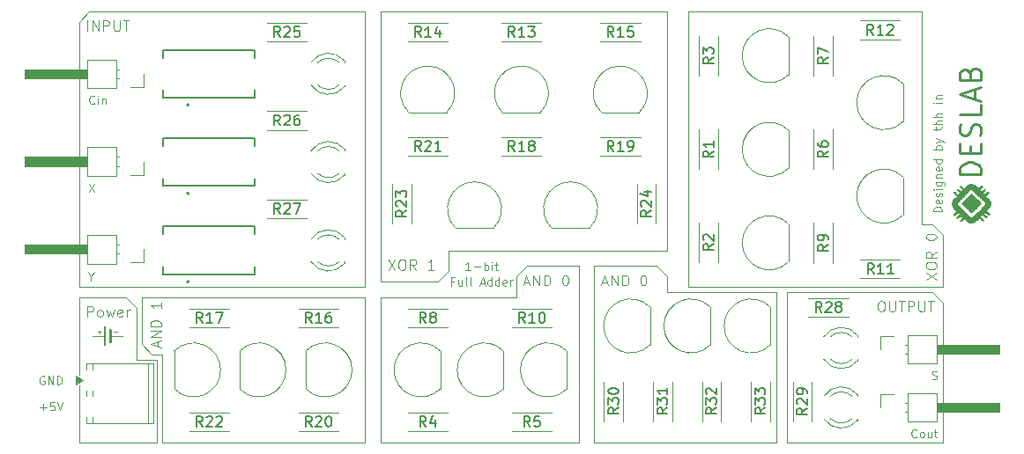
<source format=gbr>
%TF.GenerationSoftware,KiCad,Pcbnew,9.0.6*%
%TF.CreationDate,2025-12-12T18:42:13+07:00*%
%TF.ProjectId,FA_1Bit,46415f31-4269-4742-9e6b-696361645f70,0*%
%TF.SameCoordinates,Original*%
%TF.FileFunction,Legend,Top*%
%TF.FilePolarity,Positive*%
%FSLAX46Y46*%
G04 Gerber Fmt 4.6, Leading zero omitted, Abs format (unit mm)*
G04 Created by KiCad (PCBNEW 9.0.6) date 2025-12-12 18:42:13*
%MOMM*%
%LPD*%
G01*
G04 APERTURE LIST*
%ADD10C,0.100000*%
%ADD11C,0.250000*%
%ADD12C,0.150000*%
%ADD13C,0.120000*%
%ADD14C,0.127000*%
%ADD15C,0.200000*%
%ADD16C,0.000000*%
G04 APERTURE END LIST*
D10*
X124500000Y-124000000D02*
X123500000Y-123000000D01*
X49000000Y-144000000D02*
X49000000Y-136000000D01*
X47000000Y-136000000D02*
X47000000Y-131000000D01*
X83500000Y-128000000D02*
X84500000Y-127000000D01*
X48500000Y-135500000D02*
X49500000Y-135500000D01*
X89500000Y-144000000D02*
X70500000Y-144000000D01*
X108500000Y-129500000D02*
X108500000Y-144000000D01*
X109500000Y-144000000D02*
X124500000Y-144000000D01*
X46000000Y-130000000D02*
X47000000Y-131000000D01*
X70500000Y-144000000D02*
X70500000Y-130000000D01*
X70500000Y-130000000D02*
X83500000Y-130000000D01*
X46000000Y-130000000D02*
X41500000Y-130000000D01*
X70500000Y-125500000D02*
X70500000Y-102500000D01*
X69000000Y-144000000D02*
X69000000Y-130000000D01*
X123500000Y-129500000D02*
X124500000Y-130500000D01*
X70500000Y-102500000D02*
X98000000Y-102500000D01*
X41500000Y-103500000D02*
X42500000Y-102500000D01*
X70500000Y-128500000D02*
X76000000Y-128500000D01*
X47500000Y-134500000D02*
X48500000Y-135500000D01*
X49500000Y-144000000D02*
X69000000Y-144000000D01*
X100000000Y-102500000D02*
X122500000Y-102500000D01*
X41500000Y-103500000D02*
X41500000Y-129000000D01*
X41500000Y-144000000D02*
X49000000Y-144000000D01*
X41500000Y-129000000D02*
X69000000Y-129000000D01*
X77000000Y-125500000D02*
X98000000Y-125500000D01*
X98000000Y-128000000D02*
X98000000Y-129500000D01*
X122500000Y-129000000D02*
X100000000Y-129000000D01*
X89500000Y-130000000D02*
X89500000Y-127000000D01*
X41500000Y-130000000D02*
X41500000Y-137500000D01*
X89500000Y-130000000D02*
X89500000Y-144000000D01*
X123500000Y-123000000D02*
X122500000Y-123000000D01*
X123500000Y-129500000D02*
X109500000Y-129500000D01*
X47500000Y-130000000D02*
X47500000Y-134500000D01*
X97000000Y-127000000D02*
X98000000Y-128000000D01*
X109500000Y-129500000D02*
X109500000Y-144000000D01*
X69000000Y-102500000D02*
X42500000Y-102500000D01*
X98000000Y-129500000D02*
X108500000Y-129500000D01*
X89500000Y-127000000D02*
X84500000Y-127000000D01*
X91000000Y-127000000D02*
X97000000Y-127000000D01*
X122500000Y-129000000D02*
X124500000Y-129000000D01*
X124500000Y-144000000D02*
X124500000Y-130500000D01*
X122500000Y-102500000D02*
X122500000Y-123000000D01*
X49500000Y-135500000D02*
X49500000Y-144000000D01*
X108500000Y-144000000D02*
X91000000Y-144000000D01*
X76000000Y-128500000D02*
X77000000Y-127500000D01*
X77000000Y-127500000D02*
X77000000Y-125500000D01*
X91000000Y-144000000D02*
X91000000Y-127000000D01*
X124500000Y-129000000D02*
X124500000Y-124000000D01*
X41500000Y-138500000D02*
X41500000Y-144000000D01*
X83500000Y-128000000D02*
X83500000Y-130000000D01*
X69000000Y-129000000D02*
X69000000Y-102500000D01*
X70500000Y-125500000D02*
X70500000Y-128500000D01*
X69000000Y-130000000D02*
X47500000Y-130000000D01*
X100000000Y-129000000D02*
X100000000Y-102500000D01*
X49000000Y-136000000D02*
X47000000Y-136000000D01*
X98000000Y-102500000D02*
X98000000Y-125500000D01*
X42430074Y-119096895D02*
X42963408Y-119896895D01*
X42963408Y-119096895D02*
X42430074Y-119896895D01*
X42303884Y-131872419D02*
X42303884Y-130872419D01*
X42303884Y-130872419D02*
X42684836Y-130872419D01*
X42684836Y-130872419D02*
X42780074Y-130920038D01*
X42780074Y-130920038D02*
X42827693Y-130967657D01*
X42827693Y-130967657D02*
X42875312Y-131062895D01*
X42875312Y-131062895D02*
X42875312Y-131205752D01*
X42875312Y-131205752D02*
X42827693Y-131300990D01*
X42827693Y-131300990D02*
X42780074Y-131348609D01*
X42780074Y-131348609D02*
X42684836Y-131396228D01*
X42684836Y-131396228D02*
X42303884Y-131396228D01*
X43446741Y-131872419D02*
X43351503Y-131824800D01*
X43351503Y-131824800D02*
X43303884Y-131777180D01*
X43303884Y-131777180D02*
X43256265Y-131681942D01*
X43256265Y-131681942D02*
X43256265Y-131396228D01*
X43256265Y-131396228D02*
X43303884Y-131300990D01*
X43303884Y-131300990D02*
X43351503Y-131253371D01*
X43351503Y-131253371D02*
X43446741Y-131205752D01*
X43446741Y-131205752D02*
X43589598Y-131205752D01*
X43589598Y-131205752D02*
X43684836Y-131253371D01*
X43684836Y-131253371D02*
X43732455Y-131300990D01*
X43732455Y-131300990D02*
X43780074Y-131396228D01*
X43780074Y-131396228D02*
X43780074Y-131681942D01*
X43780074Y-131681942D02*
X43732455Y-131777180D01*
X43732455Y-131777180D02*
X43684836Y-131824800D01*
X43684836Y-131824800D02*
X43589598Y-131872419D01*
X43589598Y-131872419D02*
X43446741Y-131872419D01*
X44113408Y-131205752D02*
X44303884Y-131872419D01*
X44303884Y-131872419D02*
X44494360Y-131396228D01*
X44494360Y-131396228D02*
X44684836Y-131872419D01*
X44684836Y-131872419D02*
X44875312Y-131205752D01*
X45637217Y-131824800D02*
X45541979Y-131872419D01*
X45541979Y-131872419D02*
X45351503Y-131872419D01*
X45351503Y-131872419D02*
X45256265Y-131824800D01*
X45256265Y-131824800D02*
X45208646Y-131729561D01*
X45208646Y-131729561D02*
X45208646Y-131348609D01*
X45208646Y-131348609D02*
X45256265Y-131253371D01*
X45256265Y-131253371D02*
X45351503Y-131205752D01*
X45351503Y-131205752D02*
X45541979Y-131205752D01*
X45541979Y-131205752D02*
X45637217Y-131253371D01*
X45637217Y-131253371D02*
X45684836Y-131348609D01*
X45684836Y-131348609D02*
X45684836Y-131443847D01*
X45684836Y-131443847D02*
X45208646Y-131539085D01*
X46113408Y-131872419D02*
X46113408Y-131205752D01*
X46113408Y-131396228D02*
X46161027Y-131300990D01*
X46161027Y-131300990D02*
X46208646Y-131253371D01*
X46208646Y-131253371D02*
X46303884Y-131205752D01*
X46303884Y-131205752D02*
X46399122Y-131205752D01*
X84256265Y-128586704D02*
X84732455Y-128586704D01*
X84161027Y-128872419D02*
X84494360Y-127872419D01*
X84494360Y-127872419D02*
X84827693Y-128872419D01*
X85161027Y-128872419D02*
X85161027Y-127872419D01*
X85161027Y-127872419D02*
X85732455Y-128872419D01*
X85732455Y-128872419D02*
X85732455Y-127872419D01*
X86208646Y-128872419D02*
X86208646Y-127872419D01*
X86208646Y-127872419D02*
X86446741Y-127872419D01*
X86446741Y-127872419D02*
X86589598Y-127920038D01*
X86589598Y-127920038D02*
X86684836Y-128015276D01*
X86684836Y-128015276D02*
X86732455Y-128110514D01*
X86732455Y-128110514D02*
X86780074Y-128300990D01*
X86780074Y-128300990D02*
X86780074Y-128443847D01*
X86780074Y-128443847D02*
X86732455Y-128634323D01*
X86732455Y-128634323D02*
X86684836Y-128729561D01*
X86684836Y-128729561D02*
X86589598Y-128824800D01*
X86589598Y-128824800D02*
X86446741Y-128872419D01*
X86446741Y-128872419D02*
X86208646Y-128872419D01*
X88161027Y-127872419D02*
X88256265Y-127872419D01*
X88256265Y-127872419D02*
X88351503Y-127920038D01*
X88351503Y-127920038D02*
X88399122Y-127967657D01*
X88399122Y-127967657D02*
X88446741Y-128062895D01*
X88446741Y-128062895D02*
X88494360Y-128253371D01*
X88494360Y-128253371D02*
X88494360Y-128491466D01*
X88494360Y-128491466D02*
X88446741Y-128681942D01*
X88446741Y-128681942D02*
X88399122Y-128777180D01*
X88399122Y-128777180D02*
X88351503Y-128824800D01*
X88351503Y-128824800D02*
X88256265Y-128872419D01*
X88256265Y-128872419D02*
X88161027Y-128872419D01*
X88161027Y-128872419D02*
X88065789Y-128824800D01*
X88065789Y-128824800D02*
X88018170Y-128777180D01*
X88018170Y-128777180D02*
X87970551Y-128681942D01*
X87970551Y-128681942D02*
X87922932Y-128491466D01*
X87922932Y-128491466D02*
X87922932Y-128253371D01*
X87922932Y-128253371D02*
X87970551Y-128062895D01*
X87970551Y-128062895D02*
X88018170Y-127967657D01*
X88018170Y-127967657D02*
X88065789Y-127920038D01*
X88065789Y-127920038D02*
X88161027Y-127872419D01*
X91756265Y-128586704D02*
X92232455Y-128586704D01*
X91661027Y-128872419D02*
X91994360Y-127872419D01*
X91994360Y-127872419D02*
X92327693Y-128872419D01*
X92661027Y-128872419D02*
X92661027Y-127872419D01*
X92661027Y-127872419D02*
X93232455Y-128872419D01*
X93232455Y-128872419D02*
X93232455Y-127872419D01*
X93708646Y-128872419D02*
X93708646Y-127872419D01*
X93708646Y-127872419D02*
X93946741Y-127872419D01*
X93946741Y-127872419D02*
X94089598Y-127920038D01*
X94089598Y-127920038D02*
X94184836Y-128015276D01*
X94184836Y-128015276D02*
X94232455Y-128110514D01*
X94232455Y-128110514D02*
X94280074Y-128300990D01*
X94280074Y-128300990D02*
X94280074Y-128443847D01*
X94280074Y-128443847D02*
X94232455Y-128634323D01*
X94232455Y-128634323D02*
X94184836Y-128729561D01*
X94184836Y-128729561D02*
X94089598Y-128824800D01*
X94089598Y-128824800D02*
X93946741Y-128872419D01*
X93946741Y-128872419D02*
X93708646Y-128872419D01*
X95661027Y-127872419D02*
X95756265Y-127872419D01*
X95756265Y-127872419D02*
X95851503Y-127920038D01*
X95851503Y-127920038D02*
X95899122Y-127967657D01*
X95899122Y-127967657D02*
X95946741Y-128062895D01*
X95946741Y-128062895D02*
X95994360Y-128253371D01*
X95994360Y-128253371D02*
X95994360Y-128491466D01*
X95994360Y-128491466D02*
X95946741Y-128681942D01*
X95946741Y-128681942D02*
X95899122Y-128777180D01*
X95899122Y-128777180D02*
X95851503Y-128824800D01*
X95851503Y-128824800D02*
X95756265Y-128872419D01*
X95756265Y-128872419D02*
X95661027Y-128872419D01*
X95661027Y-128872419D02*
X95565789Y-128824800D01*
X95565789Y-128824800D02*
X95518170Y-128777180D01*
X95518170Y-128777180D02*
X95470551Y-128681942D01*
X95470551Y-128681942D02*
X95422932Y-128491466D01*
X95422932Y-128491466D02*
X95422932Y-128253371D01*
X95422932Y-128253371D02*
X95470551Y-128062895D01*
X95470551Y-128062895D02*
X95518170Y-127967657D01*
X95518170Y-127967657D02*
X95565789Y-127920038D01*
X95565789Y-127920038D02*
X95661027Y-127872419D01*
X42658646Y-128015942D02*
X42658646Y-128396895D01*
X42391979Y-127596895D02*
X42658646Y-128015942D01*
X42658646Y-128015942D02*
X42925312Y-127596895D01*
X49086704Y-134743734D02*
X49086704Y-134267544D01*
X49372419Y-134838972D02*
X48372419Y-134505639D01*
X48372419Y-134505639D02*
X49372419Y-134172306D01*
X49372419Y-133838972D02*
X48372419Y-133838972D01*
X48372419Y-133838972D02*
X49372419Y-133267544D01*
X49372419Y-133267544D02*
X48372419Y-133267544D01*
X49372419Y-132791353D02*
X48372419Y-132791353D01*
X48372419Y-132791353D02*
X48372419Y-132553258D01*
X48372419Y-132553258D02*
X48420038Y-132410401D01*
X48420038Y-132410401D02*
X48515276Y-132315163D01*
X48515276Y-132315163D02*
X48610514Y-132267544D01*
X48610514Y-132267544D02*
X48800990Y-132219925D01*
X48800990Y-132219925D02*
X48943847Y-132219925D01*
X48943847Y-132219925D02*
X49134323Y-132267544D01*
X49134323Y-132267544D02*
X49229561Y-132315163D01*
X49229561Y-132315163D02*
X49324800Y-132410401D01*
X49324800Y-132410401D02*
X49372419Y-132553258D01*
X49372419Y-132553258D02*
X49372419Y-132791353D01*
X49372419Y-130505639D02*
X49372419Y-131077067D01*
X49372419Y-130791353D02*
X48372419Y-130791353D01*
X48372419Y-130791353D02*
X48515276Y-130886591D01*
X48515276Y-130886591D02*
X48610514Y-130981829D01*
X48610514Y-130981829D02*
X48658133Y-131077067D01*
X121963408Y-143420704D02*
X121925312Y-143458800D01*
X121925312Y-143458800D02*
X121811027Y-143496895D01*
X121811027Y-143496895D02*
X121734836Y-143496895D01*
X121734836Y-143496895D02*
X121620550Y-143458800D01*
X121620550Y-143458800D02*
X121544360Y-143382609D01*
X121544360Y-143382609D02*
X121506265Y-143306419D01*
X121506265Y-143306419D02*
X121468169Y-143154038D01*
X121468169Y-143154038D02*
X121468169Y-143039752D01*
X121468169Y-143039752D02*
X121506265Y-142887371D01*
X121506265Y-142887371D02*
X121544360Y-142811180D01*
X121544360Y-142811180D02*
X121620550Y-142734990D01*
X121620550Y-142734990D02*
X121734836Y-142696895D01*
X121734836Y-142696895D02*
X121811027Y-142696895D01*
X121811027Y-142696895D02*
X121925312Y-142734990D01*
X121925312Y-142734990D02*
X121963408Y-142773085D01*
X122420550Y-143496895D02*
X122344360Y-143458800D01*
X122344360Y-143458800D02*
X122306265Y-143420704D01*
X122306265Y-143420704D02*
X122268169Y-143344514D01*
X122268169Y-143344514D02*
X122268169Y-143115942D01*
X122268169Y-143115942D02*
X122306265Y-143039752D01*
X122306265Y-143039752D02*
X122344360Y-143001657D01*
X122344360Y-143001657D02*
X122420550Y-142963561D01*
X122420550Y-142963561D02*
X122534836Y-142963561D01*
X122534836Y-142963561D02*
X122611027Y-143001657D01*
X122611027Y-143001657D02*
X122649122Y-143039752D01*
X122649122Y-143039752D02*
X122687217Y-143115942D01*
X122687217Y-143115942D02*
X122687217Y-143344514D01*
X122687217Y-143344514D02*
X122649122Y-143420704D01*
X122649122Y-143420704D02*
X122611027Y-143458800D01*
X122611027Y-143458800D02*
X122534836Y-143496895D01*
X122534836Y-143496895D02*
X122420550Y-143496895D01*
X123372932Y-142963561D02*
X123372932Y-143496895D01*
X123030075Y-142963561D02*
X123030075Y-143382609D01*
X123030075Y-143382609D02*
X123068170Y-143458800D01*
X123068170Y-143458800D02*
X123144360Y-143496895D01*
X123144360Y-143496895D02*
X123258646Y-143496895D01*
X123258646Y-143496895D02*
X123334837Y-143458800D01*
X123334837Y-143458800D02*
X123372932Y-143420704D01*
X123639599Y-142963561D02*
X123944361Y-142963561D01*
X123753885Y-142696895D02*
X123753885Y-143382609D01*
X123753885Y-143382609D02*
X123791980Y-143458800D01*
X123791980Y-143458800D02*
X123868170Y-143496895D01*
X123868170Y-143496895D02*
X123944361Y-143496895D01*
X71208646Y-126372419D02*
X71875312Y-127372419D01*
X71875312Y-126372419D02*
X71208646Y-127372419D01*
X72446741Y-126372419D02*
X72637217Y-126372419D01*
X72637217Y-126372419D02*
X72732455Y-126420038D01*
X72732455Y-126420038D02*
X72827693Y-126515276D01*
X72827693Y-126515276D02*
X72875312Y-126705752D01*
X72875312Y-126705752D02*
X72875312Y-127039085D01*
X72875312Y-127039085D02*
X72827693Y-127229561D01*
X72827693Y-127229561D02*
X72732455Y-127324800D01*
X72732455Y-127324800D02*
X72637217Y-127372419D01*
X72637217Y-127372419D02*
X72446741Y-127372419D01*
X72446741Y-127372419D02*
X72351503Y-127324800D01*
X72351503Y-127324800D02*
X72256265Y-127229561D01*
X72256265Y-127229561D02*
X72208646Y-127039085D01*
X72208646Y-127039085D02*
X72208646Y-126705752D01*
X72208646Y-126705752D02*
X72256265Y-126515276D01*
X72256265Y-126515276D02*
X72351503Y-126420038D01*
X72351503Y-126420038D02*
X72446741Y-126372419D01*
X73875312Y-127372419D02*
X73541979Y-126896228D01*
X73303884Y-127372419D02*
X73303884Y-126372419D01*
X73303884Y-126372419D02*
X73684836Y-126372419D01*
X73684836Y-126372419D02*
X73780074Y-126420038D01*
X73780074Y-126420038D02*
X73827693Y-126467657D01*
X73827693Y-126467657D02*
X73875312Y-126562895D01*
X73875312Y-126562895D02*
X73875312Y-126705752D01*
X73875312Y-126705752D02*
X73827693Y-126800990D01*
X73827693Y-126800990D02*
X73780074Y-126848609D01*
X73780074Y-126848609D02*
X73684836Y-126896228D01*
X73684836Y-126896228D02*
X73303884Y-126896228D01*
X75589598Y-127372419D02*
X75018170Y-127372419D01*
X75303884Y-127372419D02*
X75303884Y-126372419D01*
X75303884Y-126372419D02*
X75208646Y-126515276D01*
X75208646Y-126515276D02*
X75113408Y-126610514D01*
X75113408Y-126610514D02*
X75018170Y-126658133D01*
X123468169Y-137858800D02*
X123582455Y-137896895D01*
X123582455Y-137896895D02*
X123772931Y-137896895D01*
X123772931Y-137896895D02*
X123849122Y-137858800D01*
X123849122Y-137858800D02*
X123887217Y-137820704D01*
X123887217Y-137820704D02*
X123925312Y-137744514D01*
X123925312Y-137744514D02*
X123925312Y-137668323D01*
X123925312Y-137668323D02*
X123887217Y-137592133D01*
X123887217Y-137592133D02*
X123849122Y-137554038D01*
X123849122Y-137554038D02*
X123772931Y-137515942D01*
X123772931Y-137515942D02*
X123620550Y-137477847D01*
X123620550Y-137477847D02*
X123544360Y-137439752D01*
X123544360Y-137439752D02*
X123506265Y-137401657D01*
X123506265Y-137401657D02*
X123468169Y-137325466D01*
X123468169Y-137325466D02*
X123468169Y-137249276D01*
X123468169Y-137249276D02*
X123506265Y-137173085D01*
X123506265Y-137173085D02*
X123544360Y-137134990D01*
X123544360Y-137134990D02*
X123620550Y-137096895D01*
X123620550Y-137096895D02*
X123811027Y-137096895D01*
X123811027Y-137096895D02*
X123925312Y-137134990D01*
X79103884Y-127396895D02*
X78646741Y-127396895D01*
X78875313Y-127396895D02*
X78875313Y-126596895D01*
X78875313Y-126596895D02*
X78799122Y-126711180D01*
X78799122Y-126711180D02*
X78722932Y-126787371D01*
X78722932Y-126787371D02*
X78646741Y-126825466D01*
X79446742Y-127092133D02*
X80056266Y-127092133D01*
X80437218Y-127396895D02*
X80437218Y-126596895D01*
X80437218Y-126901657D02*
X80513408Y-126863561D01*
X80513408Y-126863561D02*
X80665789Y-126863561D01*
X80665789Y-126863561D02*
X80741980Y-126901657D01*
X80741980Y-126901657D02*
X80780075Y-126939752D01*
X80780075Y-126939752D02*
X80818170Y-127015942D01*
X80818170Y-127015942D02*
X80818170Y-127244514D01*
X80818170Y-127244514D02*
X80780075Y-127320704D01*
X80780075Y-127320704D02*
X80741980Y-127358800D01*
X80741980Y-127358800D02*
X80665789Y-127396895D01*
X80665789Y-127396895D02*
X80513408Y-127396895D01*
X80513408Y-127396895D02*
X80437218Y-127358800D01*
X81161028Y-127396895D02*
X81161028Y-126863561D01*
X81161028Y-126596895D02*
X81122932Y-126634990D01*
X81122932Y-126634990D02*
X81161028Y-126673085D01*
X81161028Y-126673085D02*
X81199123Y-126634990D01*
X81199123Y-126634990D02*
X81161028Y-126596895D01*
X81161028Y-126596895D02*
X81161028Y-126673085D01*
X81427694Y-126863561D02*
X81732456Y-126863561D01*
X81541980Y-126596895D02*
X81541980Y-127282609D01*
X81541980Y-127282609D02*
X81580075Y-127358800D01*
X81580075Y-127358800D02*
X81656265Y-127396895D01*
X81656265Y-127396895D02*
X81732456Y-127396895D01*
X118494360Y-130372419D02*
X118684836Y-130372419D01*
X118684836Y-130372419D02*
X118780074Y-130420038D01*
X118780074Y-130420038D02*
X118875312Y-130515276D01*
X118875312Y-130515276D02*
X118922931Y-130705752D01*
X118922931Y-130705752D02*
X118922931Y-131039085D01*
X118922931Y-131039085D02*
X118875312Y-131229561D01*
X118875312Y-131229561D02*
X118780074Y-131324800D01*
X118780074Y-131324800D02*
X118684836Y-131372419D01*
X118684836Y-131372419D02*
X118494360Y-131372419D01*
X118494360Y-131372419D02*
X118399122Y-131324800D01*
X118399122Y-131324800D02*
X118303884Y-131229561D01*
X118303884Y-131229561D02*
X118256265Y-131039085D01*
X118256265Y-131039085D02*
X118256265Y-130705752D01*
X118256265Y-130705752D02*
X118303884Y-130515276D01*
X118303884Y-130515276D02*
X118399122Y-130420038D01*
X118399122Y-130420038D02*
X118494360Y-130372419D01*
X119351503Y-130372419D02*
X119351503Y-131181942D01*
X119351503Y-131181942D02*
X119399122Y-131277180D01*
X119399122Y-131277180D02*
X119446741Y-131324800D01*
X119446741Y-131324800D02*
X119541979Y-131372419D01*
X119541979Y-131372419D02*
X119732455Y-131372419D01*
X119732455Y-131372419D02*
X119827693Y-131324800D01*
X119827693Y-131324800D02*
X119875312Y-131277180D01*
X119875312Y-131277180D02*
X119922931Y-131181942D01*
X119922931Y-131181942D02*
X119922931Y-130372419D01*
X120256265Y-130372419D02*
X120827693Y-130372419D01*
X120541979Y-131372419D02*
X120541979Y-130372419D01*
X121161027Y-131372419D02*
X121161027Y-130372419D01*
X121161027Y-130372419D02*
X121541979Y-130372419D01*
X121541979Y-130372419D02*
X121637217Y-130420038D01*
X121637217Y-130420038D02*
X121684836Y-130467657D01*
X121684836Y-130467657D02*
X121732455Y-130562895D01*
X121732455Y-130562895D02*
X121732455Y-130705752D01*
X121732455Y-130705752D02*
X121684836Y-130800990D01*
X121684836Y-130800990D02*
X121637217Y-130848609D01*
X121637217Y-130848609D02*
X121541979Y-130896228D01*
X121541979Y-130896228D02*
X121161027Y-130896228D01*
X122161027Y-130372419D02*
X122161027Y-131181942D01*
X122161027Y-131181942D02*
X122208646Y-131277180D01*
X122208646Y-131277180D02*
X122256265Y-131324800D01*
X122256265Y-131324800D02*
X122351503Y-131372419D01*
X122351503Y-131372419D02*
X122541979Y-131372419D01*
X122541979Y-131372419D02*
X122637217Y-131324800D01*
X122637217Y-131324800D02*
X122684836Y-131277180D01*
X122684836Y-131277180D02*
X122732455Y-131181942D01*
X122732455Y-131181942D02*
X122732455Y-130372419D01*
X123065789Y-130372419D02*
X123637217Y-130372419D01*
X123351503Y-131372419D02*
X123351503Y-130372419D01*
X42963408Y-111320704D02*
X42925312Y-111358800D01*
X42925312Y-111358800D02*
X42811027Y-111396895D01*
X42811027Y-111396895D02*
X42734836Y-111396895D01*
X42734836Y-111396895D02*
X42620550Y-111358800D01*
X42620550Y-111358800D02*
X42544360Y-111282609D01*
X42544360Y-111282609D02*
X42506265Y-111206419D01*
X42506265Y-111206419D02*
X42468169Y-111054038D01*
X42468169Y-111054038D02*
X42468169Y-110939752D01*
X42468169Y-110939752D02*
X42506265Y-110787371D01*
X42506265Y-110787371D02*
X42544360Y-110711180D01*
X42544360Y-110711180D02*
X42620550Y-110634990D01*
X42620550Y-110634990D02*
X42734836Y-110596895D01*
X42734836Y-110596895D02*
X42811027Y-110596895D01*
X42811027Y-110596895D02*
X42925312Y-110634990D01*
X42925312Y-110634990D02*
X42963408Y-110673085D01*
X43306265Y-111396895D02*
X43306265Y-110863561D01*
X43306265Y-110596895D02*
X43268169Y-110634990D01*
X43268169Y-110634990D02*
X43306265Y-110673085D01*
X43306265Y-110673085D02*
X43344360Y-110634990D01*
X43344360Y-110634990D02*
X43306265Y-110596895D01*
X43306265Y-110596895D02*
X43306265Y-110673085D01*
X43687217Y-110863561D02*
X43687217Y-111396895D01*
X43687217Y-110939752D02*
X43725312Y-110901657D01*
X43725312Y-110901657D02*
X43801502Y-110863561D01*
X43801502Y-110863561D02*
X43915788Y-110863561D01*
X43915788Y-110863561D02*
X43991979Y-110901657D01*
X43991979Y-110901657D02*
X44030074Y-110977847D01*
X44030074Y-110977847D02*
X44030074Y-111396895D01*
X37756265Y-140592133D02*
X38365789Y-140592133D01*
X38061027Y-140896895D02*
X38061027Y-140287371D01*
X39127693Y-140096895D02*
X38746741Y-140096895D01*
X38746741Y-140096895D02*
X38708645Y-140477847D01*
X38708645Y-140477847D02*
X38746741Y-140439752D01*
X38746741Y-140439752D02*
X38822931Y-140401657D01*
X38822931Y-140401657D02*
X39013407Y-140401657D01*
X39013407Y-140401657D02*
X39089598Y-140439752D01*
X39089598Y-140439752D02*
X39127693Y-140477847D01*
X39127693Y-140477847D02*
X39165788Y-140554038D01*
X39165788Y-140554038D02*
X39165788Y-140744514D01*
X39165788Y-140744514D02*
X39127693Y-140820704D01*
X39127693Y-140820704D02*
X39089598Y-140858800D01*
X39089598Y-140858800D02*
X39013407Y-140896895D01*
X39013407Y-140896895D02*
X38822931Y-140896895D01*
X38822931Y-140896895D02*
X38746741Y-140858800D01*
X38746741Y-140858800D02*
X38708645Y-140820704D01*
X39394360Y-140096895D02*
X39661027Y-140896895D01*
X39661027Y-140896895D02*
X39927693Y-140096895D01*
X122872419Y-128291353D02*
X123872419Y-127624687D01*
X122872419Y-127624687D02*
X123872419Y-128291353D01*
X122872419Y-127053258D02*
X122872419Y-126862782D01*
X122872419Y-126862782D02*
X122920038Y-126767544D01*
X122920038Y-126767544D02*
X123015276Y-126672306D01*
X123015276Y-126672306D02*
X123205752Y-126624687D01*
X123205752Y-126624687D02*
X123539085Y-126624687D01*
X123539085Y-126624687D02*
X123729561Y-126672306D01*
X123729561Y-126672306D02*
X123824800Y-126767544D01*
X123824800Y-126767544D02*
X123872419Y-126862782D01*
X123872419Y-126862782D02*
X123872419Y-127053258D01*
X123872419Y-127053258D02*
X123824800Y-127148496D01*
X123824800Y-127148496D02*
X123729561Y-127243734D01*
X123729561Y-127243734D02*
X123539085Y-127291353D01*
X123539085Y-127291353D02*
X123205752Y-127291353D01*
X123205752Y-127291353D02*
X123015276Y-127243734D01*
X123015276Y-127243734D02*
X122920038Y-127148496D01*
X122920038Y-127148496D02*
X122872419Y-127053258D01*
X123872419Y-125624687D02*
X123396228Y-125958020D01*
X123872419Y-126196115D02*
X122872419Y-126196115D01*
X122872419Y-126196115D02*
X122872419Y-125815163D01*
X122872419Y-125815163D02*
X122920038Y-125719925D01*
X122920038Y-125719925D02*
X122967657Y-125672306D01*
X122967657Y-125672306D02*
X123062895Y-125624687D01*
X123062895Y-125624687D02*
X123205752Y-125624687D01*
X123205752Y-125624687D02*
X123300990Y-125672306D01*
X123300990Y-125672306D02*
X123348609Y-125719925D01*
X123348609Y-125719925D02*
X123396228Y-125815163D01*
X123396228Y-125815163D02*
X123396228Y-126196115D01*
X122872419Y-124243734D02*
X122872419Y-124148496D01*
X122872419Y-124148496D02*
X122920038Y-124053258D01*
X122920038Y-124053258D02*
X122967657Y-124005639D01*
X122967657Y-124005639D02*
X123062895Y-123958020D01*
X123062895Y-123958020D02*
X123253371Y-123910401D01*
X123253371Y-123910401D02*
X123491466Y-123910401D01*
X123491466Y-123910401D02*
X123681942Y-123958020D01*
X123681942Y-123958020D02*
X123777180Y-124005639D01*
X123777180Y-124005639D02*
X123824800Y-124053258D01*
X123824800Y-124053258D02*
X123872419Y-124148496D01*
X123872419Y-124148496D02*
X123872419Y-124243734D01*
X123872419Y-124243734D02*
X123824800Y-124338972D01*
X123824800Y-124338972D02*
X123777180Y-124386591D01*
X123777180Y-124386591D02*
X123681942Y-124434210D01*
X123681942Y-124434210D02*
X123491466Y-124481829D01*
X123491466Y-124481829D02*
X123253371Y-124481829D01*
X123253371Y-124481829D02*
X123062895Y-124434210D01*
X123062895Y-124434210D02*
X122967657Y-124386591D01*
X122967657Y-124386591D02*
X122920038Y-124338972D01*
X122920038Y-124338972D02*
X122872419Y-124243734D01*
X42303884Y-104372419D02*
X42303884Y-103372419D01*
X42780074Y-104372419D02*
X42780074Y-103372419D01*
X42780074Y-103372419D02*
X43351502Y-104372419D01*
X43351502Y-104372419D02*
X43351502Y-103372419D01*
X43827693Y-104372419D02*
X43827693Y-103372419D01*
X43827693Y-103372419D02*
X44208645Y-103372419D01*
X44208645Y-103372419D02*
X44303883Y-103420038D01*
X44303883Y-103420038D02*
X44351502Y-103467657D01*
X44351502Y-103467657D02*
X44399121Y-103562895D01*
X44399121Y-103562895D02*
X44399121Y-103705752D01*
X44399121Y-103705752D02*
X44351502Y-103800990D01*
X44351502Y-103800990D02*
X44303883Y-103848609D01*
X44303883Y-103848609D02*
X44208645Y-103896228D01*
X44208645Y-103896228D02*
X43827693Y-103896228D01*
X44827693Y-103372419D02*
X44827693Y-104181942D01*
X44827693Y-104181942D02*
X44875312Y-104277180D01*
X44875312Y-104277180D02*
X44922931Y-104324800D01*
X44922931Y-104324800D02*
X45018169Y-104372419D01*
X45018169Y-104372419D02*
X45208645Y-104372419D01*
X45208645Y-104372419D02*
X45303883Y-104324800D01*
X45303883Y-104324800D02*
X45351502Y-104277180D01*
X45351502Y-104277180D02*
X45399121Y-104181942D01*
X45399121Y-104181942D02*
X45399121Y-103372419D01*
X45732455Y-103372419D02*
X46303883Y-103372419D01*
X46018169Y-104372419D02*
X46018169Y-103372419D01*
X77522931Y-128477847D02*
X77256265Y-128477847D01*
X77256265Y-128896895D02*
X77256265Y-128096895D01*
X77256265Y-128096895D02*
X77637217Y-128096895D01*
X78284836Y-128363561D02*
X78284836Y-128896895D01*
X77941979Y-128363561D02*
X77941979Y-128782609D01*
X77941979Y-128782609D02*
X77980074Y-128858800D01*
X77980074Y-128858800D02*
X78056264Y-128896895D01*
X78056264Y-128896895D02*
X78170550Y-128896895D01*
X78170550Y-128896895D02*
X78246741Y-128858800D01*
X78246741Y-128858800D02*
X78284836Y-128820704D01*
X78780074Y-128896895D02*
X78703884Y-128858800D01*
X78703884Y-128858800D02*
X78665789Y-128782609D01*
X78665789Y-128782609D02*
X78665789Y-128096895D01*
X79199122Y-128896895D02*
X79122932Y-128858800D01*
X79122932Y-128858800D02*
X79084837Y-128782609D01*
X79084837Y-128782609D02*
X79084837Y-128096895D01*
X80075313Y-128668323D02*
X80456266Y-128668323D01*
X79999123Y-128896895D02*
X80265790Y-128096895D01*
X80265790Y-128096895D02*
X80532456Y-128896895D01*
X81141980Y-128896895D02*
X81141980Y-128096895D01*
X81141980Y-128858800D02*
X81065789Y-128896895D01*
X81065789Y-128896895D02*
X80913408Y-128896895D01*
X80913408Y-128896895D02*
X80837218Y-128858800D01*
X80837218Y-128858800D02*
X80799123Y-128820704D01*
X80799123Y-128820704D02*
X80761027Y-128744514D01*
X80761027Y-128744514D02*
X80761027Y-128515942D01*
X80761027Y-128515942D02*
X80799123Y-128439752D01*
X80799123Y-128439752D02*
X80837218Y-128401657D01*
X80837218Y-128401657D02*
X80913408Y-128363561D01*
X80913408Y-128363561D02*
X81065789Y-128363561D01*
X81065789Y-128363561D02*
X81141980Y-128401657D01*
X81865790Y-128896895D02*
X81865790Y-128096895D01*
X81865790Y-128858800D02*
X81789599Y-128896895D01*
X81789599Y-128896895D02*
X81637218Y-128896895D01*
X81637218Y-128896895D02*
X81561028Y-128858800D01*
X81561028Y-128858800D02*
X81522933Y-128820704D01*
X81522933Y-128820704D02*
X81484837Y-128744514D01*
X81484837Y-128744514D02*
X81484837Y-128515942D01*
X81484837Y-128515942D02*
X81522933Y-128439752D01*
X81522933Y-128439752D02*
X81561028Y-128401657D01*
X81561028Y-128401657D02*
X81637218Y-128363561D01*
X81637218Y-128363561D02*
X81789599Y-128363561D01*
X81789599Y-128363561D02*
X81865790Y-128401657D01*
X82551505Y-128858800D02*
X82475314Y-128896895D01*
X82475314Y-128896895D02*
X82322933Y-128896895D01*
X82322933Y-128896895D02*
X82246743Y-128858800D01*
X82246743Y-128858800D02*
X82208647Y-128782609D01*
X82208647Y-128782609D02*
X82208647Y-128477847D01*
X82208647Y-128477847D02*
X82246743Y-128401657D01*
X82246743Y-128401657D02*
X82322933Y-128363561D01*
X82322933Y-128363561D02*
X82475314Y-128363561D01*
X82475314Y-128363561D02*
X82551505Y-128401657D01*
X82551505Y-128401657D02*
X82589600Y-128477847D01*
X82589600Y-128477847D02*
X82589600Y-128554038D01*
X82589600Y-128554038D02*
X82208647Y-128630228D01*
X82932457Y-128896895D02*
X82932457Y-128363561D01*
X82932457Y-128515942D02*
X82970552Y-128439752D01*
X82970552Y-128439752D02*
X83008647Y-128401657D01*
X83008647Y-128401657D02*
X83084838Y-128363561D01*
X83084838Y-128363561D02*
X83161028Y-128363561D01*
X124396895Y-121743734D02*
X123596895Y-121743734D01*
X123596895Y-121743734D02*
X123596895Y-121553258D01*
X123596895Y-121553258D02*
X123634990Y-121438972D01*
X123634990Y-121438972D02*
X123711180Y-121362782D01*
X123711180Y-121362782D02*
X123787371Y-121324687D01*
X123787371Y-121324687D02*
X123939752Y-121286591D01*
X123939752Y-121286591D02*
X124054038Y-121286591D01*
X124054038Y-121286591D02*
X124206419Y-121324687D01*
X124206419Y-121324687D02*
X124282609Y-121362782D01*
X124282609Y-121362782D02*
X124358800Y-121438972D01*
X124358800Y-121438972D02*
X124396895Y-121553258D01*
X124396895Y-121553258D02*
X124396895Y-121743734D01*
X124358800Y-120638972D02*
X124396895Y-120715163D01*
X124396895Y-120715163D02*
X124396895Y-120867544D01*
X124396895Y-120867544D02*
X124358800Y-120943734D01*
X124358800Y-120943734D02*
X124282609Y-120981830D01*
X124282609Y-120981830D02*
X123977847Y-120981830D01*
X123977847Y-120981830D02*
X123901657Y-120943734D01*
X123901657Y-120943734D02*
X123863561Y-120867544D01*
X123863561Y-120867544D02*
X123863561Y-120715163D01*
X123863561Y-120715163D02*
X123901657Y-120638972D01*
X123901657Y-120638972D02*
X123977847Y-120600877D01*
X123977847Y-120600877D02*
X124054038Y-120600877D01*
X124054038Y-120600877D02*
X124130228Y-120981830D01*
X124358800Y-120296116D02*
X124396895Y-120219925D01*
X124396895Y-120219925D02*
X124396895Y-120067544D01*
X124396895Y-120067544D02*
X124358800Y-119991354D01*
X124358800Y-119991354D02*
X124282609Y-119953258D01*
X124282609Y-119953258D02*
X124244514Y-119953258D01*
X124244514Y-119953258D02*
X124168323Y-119991354D01*
X124168323Y-119991354D02*
X124130228Y-120067544D01*
X124130228Y-120067544D02*
X124130228Y-120181830D01*
X124130228Y-120181830D02*
X124092133Y-120258020D01*
X124092133Y-120258020D02*
X124015942Y-120296116D01*
X124015942Y-120296116D02*
X123977847Y-120296116D01*
X123977847Y-120296116D02*
X123901657Y-120258020D01*
X123901657Y-120258020D02*
X123863561Y-120181830D01*
X123863561Y-120181830D02*
X123863561Y-120067544D01*
X123863561Y-120067544D02*
X123901657Y-119991354D01*
X124396895Y-119610401D02*
X123863561Y-119610401D01*
X123596895Y-119610401D02*
X123634990Y-119648497D01*
X123634990Y-119648497D02*
X123673085Y-119610401D01*
X123673085Y-119610401D02*
X123634990Y-119572306D01*
X123634990Y-119572306D02*
X123596895Y-119610401D01*
X123596895Y-119610401D02*
X123673085Y-119610401D01*
X123863561Y-118886592D02*
X124511180Y-118886592D01*
X124511180Y-118886592D02*
X124587371Y-118924687D01*
X124587371Y-118924687D02*
X124625466Y-118962783D01*
X124625466Y-118962783D02*
X124663561Y-119038973D01*
X124663561Y-119038973D02*
X124663561Y-119153259D01*
X124663561Y-119153259D02*
X124625466Y-119229449D01*
X124358800Y-118886592D02*
X124396895Y-118962783D01*
X124396895Y-118962783D02*
X124396895Y-119115164D01*
X124396895Y-119115164D02*
X124358800Y-119191354D01*
X124358800Y-119191354D02*
X124320704Y-119229449D01*
X124320704Y-119229449D02*
X124244514Y-119267545D01*
X124244514Y-119267545D02*
X124015942Y-119267545D01*
X124015942Y-119267545D02*
X123939752Y-119229449D01*
X123939752Y-119229449D02*
X123901657Y-119191354D01*
X123901657Y-119191354D02*
X123863561Y-119115164D01*
X123863561Y-119115164D02*
X123863561Y-118962783D01*
X123863561Y-118962783D02*
X123901657Y-118886592D01*
X123863561Y-118505639D02*
X124396895Y-118505639D01*
X123939752Y-118505639D02*
X123901657Y-118467544D01*
X123901657Y-118467544D02*
X123863561Y-118391354D01*
X123863561Y-118391354D02*
X123863561Y-118277068D01*
X123863561Y-118277068D02*
X123901657Y-118200877D01*
X123901657Y-118200877D02*
X123977847Y-118162782D01*
X123977847Y-118162782D02*
X124396895Y-118162782D01*
X124358800Y-117477067D02*
X124396895Y-117553258D01*
X124396895Y-117553258D02*
X124396895Y-117705639D01*
X124396895Y-117705639D02*
X124358800Y-117781829D01*
X124358800Y-117781829D02*
X124282609Y-117819925D01*
X124282609Y-117819925D02*
X123977847Y-117819925D01*
X123977847Y-117819925D02*
X123901657Y-117781829D01*
X123901657Y-117781829D02*
X123863561Y-117705639D01*
X123863561Y-117705639D02*
X123863561Y-117553258D01*
X123863561Y-117553258D02*
X123901657Y-117477067D01*
X123901657Y-117477067D02*
X123977847Y-117438972D01*
X123977847Y-117438972D02*
X124054038Y-117438972D01*
X124054038Y-117438972D02*
X124130228Y-117819925D01*
X124396895Y-116753258D02*
X123596895Y-116753258D01*
X124358800Y-116753258D02*
X124396895Y-116829449D01*
X124396895Y-116829449D02*
X124396895Y-116981830D01*
X124396895Y-116981830D02*
X124358800Y-117058020D01*
X124358800Y-117058020D02*
X124320704Y-117096115D01*
X124320704Y-117096115D02*
X124244514Y-117134211D01*
X124244514Y-117134211D02*
X124015942Y-117134211D01*
X124015942Y-117134211D02*
X123939752Y-117096115D01*
X123939752Y-117096115D02*
X123901657Y-117058020D01*
X123901657Y-117058020D02*
X123863561Y-116981830D01*
X123863561Y-116981830D02*
X123863561Y-116829449D01*
X123863561Y-116829449D02*
X123901657Y-116753258D01*
X124396895Y-115762781D02*
X123596895Y-115762781D01*
X123901657Y-115762781D02*
X123863561Y-115686591D01*
X123863561Y-115686591D02*
X123863561Y-115534210D01*
X123863561Y-115534210D02*
X123901657Y-115458019D01*
X123901657Y-115458019D02*
X123939752Y-115419924D01*
X123939752Y-115419924D02*
X124015942Y-115381829D01*
X124015942Y-115381829D02*
X124244514Y-115381829D01*
X124244514Y-115381829D02*
X124320704Y-115419924D01*
X124320704Y-115419924D02*
X124358800Y-115458019D01*
X124358800Y-115458019D02*
X124396895Y-115534210D01*
X124396895Y-115534210D02*
X124396895Y-115686591D01*
X124396895Y-115686591D02*
X124358800Y-115762781D01*
X123863561Y-115115162D02*
X124396895Y-114924686D01*
X123863561Y-114734209D02*
X124396895Y-114924686D01*
X124396895Y-114924686D02*
X124587371Y-115000876D01*
X124587371Y-115000876D02*
X124625466Y-115038971D01*
X124625466Y-115038971D02*
X124663561Y-115115162D01*
X123863561Y-113934209D02*
X123863561Y-113629447D01*
X123596895Y-113819923D02*
X124282609Y-113819923D01*
X124282609Y-113819923D02*
X124358800Y-113781828D01*
X124358800Y-113781828D02*
X124396895Y-113705638D01*
X124396895Y-113705638D02*
X124396895Y-113629447D01*
X124396895Y-113362780D02*
X123596895Y-113362780D01*
X124396895Y-113019923D02*
X123977847Y-113019923D01*
X123977847Y-113019923D02*
X123901657Y-113058018D01*
X123901657Y-113058018D02*
X123863561Y-113134209D01*
X123863561Y-113134209D02*
X123863561Y-113248495D01*
X123863561Y-113248495D02*
X123901657Y-113324685D01*
X123901657Y-113324685D02*
X123939752Y-113362780D01*
X124396895Y-112638970D02*
X123596895Y-112638970D01*
X124396895Y-112296113D02*
X123977847Y-112296113D01*
X123977847Y-112296113D02*
X123901657Y-112334208D01*
X123901657Y-112334208D02*
X123863561Y-112410399D01*
X123863561Y-112410399D02*
X123863561Y-112524685D01*
X123863561Y-112524685D02*
X123901657Y-112600875D01*
X123901657Y-112600875D02*
X123939752Y-112638970D01*
X124396895Y-111305636D02*
X123863561Y-111305636D01*
X123596895Y-111305636D02*
X123634990Y-111343732D01*
X123634990Y-111343732D02*
X123673085Y-111305636D01*
X123673085Y-111305636D02*
X123634990Y-111267541D01*
X123634990Y-111267541D02*
X123596895Y-111305636D01*
X123596895Y-111305636D02*
X123673085Y-111305636D01*
X123863561Y-110924684D02*
X124396895Y-110924684D01*
X123939752Y-110924684D02*
X123901657Y-110886589D01*
X123901657Y-110886589D02*
X123863561Y-110810399D01*
X123863561Y-110810399D02*
X123863561Y-110696113D01*
X123863561Y-110696113D02*
X123901657Y-110619922D01*
X123901657Y-110619922D02*
X123977847Y-110581827D01*
X123977847Y-110581827D02*
X124396895Y-110581827D01*
D11*
X128133111Y-118159336D02*
X126133111Y-118159336D01*
X126133111Y-118159336D02*
X126133111Y-117683146D01*
X126133111Y-117683146D02*
X126228349Y-117397431D01*
X126228349Y-117397431D02*
X126418825Y-117206955D01*
X126418825Y-117206955D02*
X126609301Y-117111717D01*
X126609301Y-117111717D02*
X126990253Y-117016479D01*
X126990253Y-117016479D02*
X127275968Y-117016479D01*
X127275968Y-117016479D02*
X127656920Y-117111717D01*
X127656920Y-117111717D02*
X127847396Y-117206955D01*
X127847396Y-117206955D02*
X128037873Y-117397431D01*
X128037873Y-117397431D02*
X128133111Y-117683146D01*
X128133111Y-117683146D02*
X128133111Y-118159336D01*
X127085492Y-116159336D02*
X127085492Y-115492669D01*
X128133111Y-115206955D02*
X128133111Y-116159336D01*
X128133111Y-116159336D02*
X126133111Y-116159336D01*
X126133111Y-116159336D02*
X126133111Y-115206955D01*
X128037873Y-114445050D02*
X128133111Y-114159336D01*
X128133111Y-114159336D02*
X128133111Y-113683145D01*
X128133111Y-113683145D02*
X128037873Y-113492669D01*
X128037873Y-113492669D02*
X127942634Y-113397431D01*
X127942634Y-113397431D02*
X127752158Y-113302193D01*
X127752158Y-113302193D02*
X127561682Y-113302193D01*
X127561682Y-113302193D02*
X127371206Y-113397431D01*
X127371206Y-113397431D02*
X127275968Y-113492669D01*
X127275968Y-113492669D02*
X127180730Y-113683145D01*
X127180730Y-113683145D02*
X127085492Y-114064098D01*
X127085492Y-114064098D02*
X126990253Y-114254574D01*
X126990253Y-114254574D02*
X126895015Y-114349812D01*
X126895015Y-114349812D02*
X126704539Y-114445050D01*
X126704539Y-114445050D02*
X126514063Y-114445050D01*
X126514063Y-114445050D02*
X126323587Y-114349812D01*
X126323587Y-114349812D02*
X126228349Y-114254574D01*
X126228349Y-114254574D02*
X126133111Y-114064098D01*
X126133111Y-114064098D02*
X126133111Y-113587907D01*
X126133111Y-113587907D02*
X126228349Y-113302193D01*
X128133111Y-111492669D02*
X128133111Y-112445050D01*
X128133111Y-112445050D02*
X126133111Y-112445050D01*
X127561682Y-110921240D02*
X127561682Y-109968859D01*
X128133111Y-111111716D02*
X126133111Y-110445050D01*
X126133111Y-110445050D02*
X128133111Y-109778383D01*
X127085492Y-108445049D02*
X127180730Y-108159335D01*
X127180730Y-108159335D02*
X127275968Y-108064097D01*
X127275968Y-108064097D02*
X127466444Y-107968859D01*
X127466444Y-107968859D02*
X127752158Y-107968859D01*
X127752158Y-107968859D02*
X127942634Y-108064097D01*
X127942634Y-108064097D02*
X128037873Y-108159335D01*
X128037873Y-108159335D02*
X128133111Y-108349811D01*
X128133111Y-108349811D02*
X128133111Y-109111716D01*
X128133111Y-109111716D02*
X126133111Y-109111716D01*
X126133111Y-109111716D02*
X126133111Y-108445049D01*
X126133111Y-108445049D02*
X126228349Y-108254573D01*
X126228349Y-108254573D02*
X126323587Y-108159335D01*
X126323587Y-108159335D02*
X126514063Y-108064097D01*
X126514063Y-108064097D02*
X126704539Y-108064097D01*
X126704539Y-108064097D02*
X126895015Y-108159335D01*
X126895015Y-108159335D02*
X126990253Y-108254573D01*
X126990253Y-108254573D02*
X127085492Y-108445049D01*
X127085492Y-108445049D02*
X127085492Y-109111716D01*
D10*
X38175312Y-137634990D02*
X38099122Y-137596895D01*
X38099122Y-137596895D02*
X37984836Y-137596895D01*
X37984836Y-137596895D02*
X37870550Y-137634990D01*
X37870550Y-137634990D02*
X37794360Y-137711180D01*
X37794360Y-137711180D02*
X37756265Y-137787371D01*
X37756265Y-137787371D02*
X37718169Y-137939752D01*
X37718169Y-137939752D02*
X37718169Y-138054038D01*
X37718169Y-138054038D02*
X37756265Y-138206419D01*
X37756265Y-138206419D02*
X37794360Y-138282609D01*
X37794360Y-138282609D02*
X37870550Y-138358800D01*
X37870550Y-138358800D02*
X37984836Y-138396895D01*
X37984836Y-138396895D02*
X38061027Y-138396895D01*
X38061027Y-138396895D02*
X38175312Y-138358800D01*
X38175312Y-138358800D02*
X38213408Y-138320704D01*
X38213408Y-138320704D02*
X38213408Y-138054038D01*
X38213408Y-138054038D02*
X38061027Y-138054038D01*
X38556265Y-138396895D02*
X38556265Y-137596895D01*
X38556265Y-137596895D02*
X39013408Y-138396895D01*
X39013408Y-138396895D02*
X39013408Y-137596895D01*
X39394360Y-138396895D02*
X39394360Y-137596895D01*
X39394360Y-137596895D02*
X39584836Y-137596895D01*
X39584836Y-137596895D02*
X39699122Y-137634990D01*
X39699122Y-137634990D02*
X39775312Y-137711180D01*
X39775312Y-137711180D02*
X39813407Y-137787371D01*
X39813407Y-137787371D02*
X39851503Y-137939752D01*
X39851503Y-137939752D02*
X39851503Y-138054038D01*
X39851503Y-138054038D02*
X39813407Y-138206419D01*
X39813407Y-138206419D02*
X39775312Y-138282609D01*
X39775312Y-138282609D02*
X39699122Y-138358800D01*
X39699122Y-138358800D02*
X39584836Y-138396895D01*
X39584836Y-138396895D02*
X39394360Y-138396895D01*
D12*
X98034819Y-140642857D02*
X97558628Y-140976190D01*
X98034819Y-141214285D02*
X97034819Y-141214285D01*
X97034819Y-141214285D02*
X97034819Y-140833333D01*
X97034819Y-140833333D02*
X97082438Y-140738095D01*
X97082438Y-140738095D02*
X97130057Y-140690476D01*
X97130057Y-140690476D02*
X97225295Y-140642857D01*
X97225295Y-140642857D02*
X97368152Y-140642857D01*
X97368152Y-140642857D02*
X97463390Y-140690476D01*
X97463390Y-140690476D02*
X97511009Y-140738095D01*
X97511009Y-140738095D02*
X97558628Y-140833333D01*
X97558628Y-140833333D02*
X97558628Y-141214285D01*
X97034819Y-140309523D02*
X97034819Y-139690476D01*
X97034819Y-139690476D02*
X97415771Y-140023809D01*
X97415771Y-140023809D02*
X97415771Y-139880952D01*
X97415771Y-139880952D02*
X97463390Y-139785714D01*
X97463390Y-139785714D02*
X97511009Y-139738095D01*
X97511009Y-139738095D02*
X97606247Y-139690476D01*
X97606247Y-139690476D02*
X97844342Y-139690476D01*
X97844342Y-139690476D02*
X97939580Y-139738095D01*
X97939580Y-139738095D02*
X97987200Y-139785714D01*
X97987200Y-139785714D02*
X98034819Y-139880952D01*
X98034819Y-139880952D02*
X98034819Y-140166666D01*
X98034819Y-140166666D02*
X97987200Y-140261904D01*
X97987200Y-140261904D02*
X97939580Y-140309523D01*
X98034819Y-138738095D02*
X98034819Y-139309523D01*
X98034819Y-139023809D02*
X97034819Y-139023809D01*
X97034819Y-139023809D02*
X97177676Y-139119047D01*
X97177676Y-139119047D02*
X97272914Y-139214285D01*
X97272914Y-139214285D02*
X97320533Y-139309523D01*
X96454819Y-121642857D02*
X95978628Y-121976190D01*
X96454819Y-122214285D02*
X95454819Y-122214285D01*
X95454819Y-122214285D02*
X95454819Y-121833333D01*
X95454819Y-121833333D02*
X95502438Y-121738095D01*
X95502438Y-121738095D02*
X95550057Y-121690476D01*
X95550057Y-121690476D02*
X95645295Y-121642857D01*
X95645295Y-121642857D02*
X95788152Y-121642857D01*
X95788152Y-121642857D02*
X95883390Y-121690476D01*
X95883390Y-121690476D02*
X95931009Y-121738095D01*
X95931009Y-121738095D02*
X95978628Y-121833333D01*
X95978628Y-121833333D02*
X95978628Y-122214285D01*
X95550057Y-121261904D02*
X95502438Y-121214285D01*
X95502438Y-121214285D02*
X95454819Y-121119047D01*
X95454819Y-121119047D02*
X95454819Y-120880952D01*
X95454819Y-120880952D02*
X95502438Y-120785714D01*
X95502438Y-120785714D02*
X95550057Y-120738095D01*
X95550057Y-120738095D02*
X95645295Y-120690476D01*
X95645295Y-120690476D02*
X95740533Y-120690476D01*
X95740533Y-120690476D02*
X95883390Y-120738095D01*
X95883390Y-120738095D02*
X96454819Y-121309523D01*
X96454819Y-121309523D02*
X96454819Y-120690476D01*
X95788152Y-119833333D02*
X96454819Y-119833333D01*
X95407200Y-120071428D02*
X96121485Y-120309523D01*
X96121485Y-120309523D02*
X96121485Y-119690476D01*
X113454819Y-106936666D02*
X112978628Y-107269999D01*
X113454819Y-107508094D02*
X112454819Y-107508094D01*
X112454819Y-107508094D02*
X112454819Y-107127142D01*
X112454819Y-107127142D02*
X112502438Y-107031904D01*
X112502438Y-107031904D02*
X112550057Y-106984285D01*
X112550057Y-106984285D02*
X112645295Y-106936666D01*
X112645295Y-106936666D02*
X112788152Y-106936666D01*
X112788152Y-106936666D02*
X112883390Y-106984285D01*
X112883390Y-106984285D02*
X112931009Y-107031904D01*
X112931009Y-107031904D02*
X112978628Y-107127142D01*
X112978628Y-107127142D02*
X112978628Y-107508094D01*
X112454819Y-106603332D02*
X112454819Y-105936666D01*
X112454819Y-105936666D02*
X113454819Y-106365237D01*
X111454819Y-140682857D02*
X110978628Y-141016190D01*
X111454819Y-141254285D02*
X110454819Y-141254285D01*
X110454819Y-141254285D02*
X110454819Y-140873333D01*
X110454819Y-140873333D02*
X110502438Y-140778095D01*
X110502438Y-140778095D02*
X110550057Y-140730476D01*
X110550057Y-140730476D02*
X110645295Y-140682857D01*
X110645295Y-140682857D02*
X110788152Y-140682857D01*
X110788152Y-140682857D02*
X110883390Y-140730476D01*
X110883390Y-140730476D02*
X110931009Y-140778095D01*
X110931009Y-140778095D02*
X110978628Y-140873333D01*
X110978628Y-140873333D02*
X110978628Y-141254285D01*
X110550057Y-140301904D02*
X110502438Y-140254285D01*
X110502438Y-140254285D02*
X110454819Y-140159047D01*
X110454819Y-140159047D02*
X110454819Y-139920952D01*
X110454819Y-139920952D02*
X110502438Y-139825714D01*
X110502438Y-139825714D02*
X110550057Y-139778095D01*
X110550057Y-139778095D02*
X110645295Y-139730476D01*
X110645295Y-139730476D02*
X110740533Y-139730476D01*
X110740533Y-139730476D02*
X110883390Y-139778095D01*
X110883390Y-139778095D02*
X111454819Y-140349523D01*
X111454819Y-140349523D02*
X111454819Y-139730476D01*
X111454819Y-139254285D02*
X111454819Y-139063809D01*
X111454819Y-139063809D02*
X111407200Y-138968571D01*
X111407200Y-138968571D02*
X111359580Y-138920952D01*
X111359580Y-138920952D02*
X111216723Y-138825714D01*
X111216723Y-138825714D02*
X111026247Y-138778095D01*
X111026247Y-138778095D02*
X110645295Y-138778095D01*
X110645295Y-138778095D02*
X110550057Y-138825714D01*
X110550057Y-138825714D02*
X110502438Y-138873333D01*
X110502438Y-138873333D02*
X110454819Y-138968571D01*
X110454819Y-138968571D02*
X110454819Y-139159047D01*
X110454819Y-139159047D02*
X110502438Y-139254285D01*
X110502438Y-139254285D02*
X110550057Y-139301904D01*
X110550057Y-139301904D02*
X110645295Y-139349523D01*
X110645295Y-139349523D02*
X110883390Y-139349523D01*
X110883390Y-139349523D02*
X110978628Y-139301904D01*
X110978628Y-139301904D02*
X111026247Y-139254285D01*
X111026247Y-139254285D02*
X111073866Y-139159047D01*
X111073866Y-139159047D02*
X111073866Y-138968571D01*
X111073866Y-138968571D02*
X111026247Y-138873333D01*
X111026247Y-138873333D02*
X110978628Y-138825714D01*
X110978628Y-138825714D02*
X110883390Y-138778095D01*
X102734819Y-140642857D02*
X102258628Y-140976190D01*
X102734819Y-141214285D02*
X101734819Y-141214285D01*
X101734819Y-141214285D02*
X101734819Y-140833333D01*
X101734819Y-140833333D02*
X101782438Y-140738095D01*
X101782438Y-140738095D02*
X101830057Y-140690476D01*
X101830057Y-140690476D02*
X101925295Y-140642857D01*
X101925295Y-140642857D02*
X102068152Y-140642857D01*
X102068152Y-140642857D02*
X102163390Y-140690476D01*
X102163390Y-140690476D02*
X102211009Y-140738095D01*
X102211009Y-140738095D02*
X102258628Y-140833333D01*
X102258628Y-140833333D02*
X102258628Y-141214285D01*
X101734819Y-140309523D02*
X101734819Y-139690476D01*
X101734819Y-139690476D02*
X102115771Y-140023809D01*
X102115771Y-140023809D02*
X102115771Y-139880952D01*
X102115771Y-139880952D02*
X102163390Y-139785714D01*
X102163390Y-139785714D02*
X102211009Y-139738095D01*
X102211009Y-139738095D02*
X102306247Y-139690476D01*
X102306247Y-139690476D02*
X102544342Y-139690476D01*
X102544342Y-139690476D02*
X102639580Y-139738095D01*
X102639580Y-139738095D02*
X102687200Y-139785714D01*
X102687200Y-139785714D02*
X102734819Y-139880952D01*
X102734819Y-139880952D02*
X102734819Y-140166666D01*
X102734819Y-140166666D02*
X102687200Y-140261904D01*
X102687200Y-140261904D02*
X102639580Y-140309523D01*
X101830057Y-139309523D02*
X101782438Y-139261904D01*
X101782438Y-139261904D02*
X101734819Y-139166666D01*
X101734819Y-139166666D02*
X101734819Y-138928571D01*
X101734819Y-138928571D02*
X101782438Y-138833333D01*
X101782438Y-138833333D02*
X101830057Y-138785714D01*
X101830057Y-138785714D02*
X101925295Y-138738095D01*
X101925295Y-138738095D02*
X102020533Y-138738095D01*
X102020533Y-138738095D02*
X102163390Y-138785714D01*
X102163390Y-138785714D02*
X102734819Y-139357142D01*
X102734819Y-139357142D02*
X102734819Y-138738095D01*
X74833333Y-132454819D02*
X74500000Y-131978628D01*
X74261905Y-132454819D02*
X74261905Y-131454819D01*
X74261905Y-131454819D02*
X74642857Y-131454819D01*
X74642857Y-131454819D02*
X74738095Y-131502438D01*
X74738095Y-131502438D02*
X74785714Y-131550057D01*
X74785714Y-131550057D02*
X74833333Y-131645295D01*
X74833333Y-131645295D02*
X74833333Y-131788152D01*
X74833333Y-131788152D02*
X74785714Y-131883390D01*
X74785714Y-131883390D02*
X74738095Y-131931009D01*
X74738095Y-131931009D02*
X74642857Y-131978628D01*
X74642857Y-131978628D02*
X74261905Y-131978628D01*
X75404762Y-131883390D02*
X75309524Y-131835771D01*
X75309524Y-131835771D02*
X75261905Y-131788152D01*
X75261905Y-131788152D02*
X75214286Y-131692914D01*
X75214286Y-131692914D02*
X75214286Y-131645295D01*
X75214286Y-131645295D02*
X75261905Y-131550057D01*
X75261905Y-131550057D02*
X75309524Y-131502438D01*
X75309524Y-131502438D02*
X75404762Y-131454819D01*
X75404762Y-131454819D02*
X75595238Y-131454819D01*
X75595238Y-131454819D02*
X75690476Y-131502438D01*
X75690476Y-131502438D02*
X75738095Y-131550057D01*
X75738095Y-131550057D02*
X75785714Y-131645295D01*
X75785714Y-131645295D02*
X75785714Y-131692914D01*
X75785714Y-131692914D02*
X75738095Y-131788152D01*
X75738095Y-131788152D02*
X75690476Y-131835771D01*
X75690476Y-131835771D02*
X75595238Y-131883390D01*
X75595238Y-131883390D02*
X75404762Y-131883390D01*
X75404762Y-131883390D02*
X75309524Y-131931009D01*
X75309524Y-131931009D02*
X75261905Y-131978628D01*
X75261905Y-131978628D02*
X75214286Y-132073866D01*
X75214286Y-132073866D02*
X75214286Y-132264342D01*
X75214286Y-132264342D02*
X75261905Y-132359580D01*
X75261905Y-132359580D02*
X75309524Y-132407200D01*
X75309524Y-132407200D02*
X75404762Y-132454819D01*
X75404762Y-132454819D02*
X75595238Y-132454819D01*
X75595238Y-132454819D02*
X75690476Y-132407200D01*
X75690476Y-132407200D02*
X75738095Y-132359580D01*
X75738095Y-132359580D02*
X75785714Y-132264342D01*
X75785714Y-132264342D02*
X75785714Y-132073866D01*
X75785714Y-132073866D02*
X75738095Y-131978628D01*
X75738095Y-131978628D02*
X75690476Y-131931009D01*
X75690476Y-131931009D02*
X75595238Y-131883390D01*
X63857142Y-142454819D02*
X63523809Y-141978628D01*
X63285714Y-142454819D02*
X63285714Y-141454819D01*
X63285714Y-141454819D02*
X63666666Y-141454819D01*
X63666666Y-141454819D02*
X63761904Y-141502438D01*
X63761904Y-141502438D02*
X63809523Y-141550057D01*
X63809523Y-141550057D02*
X63857142Y-141645295D01*
X63857142Y-141645295D02*
X63857142Y-141788152D01*
X63857142Y-141788152D02*
X63809523Y-141883390D01*
X63809523Y-141883390D02*
X63761904Y-141931009D01*
X63761904Y-141931009D02*
X63666666Y-141978628D01*
X63666666Y-141978628D02*
X63285714Y-141978628D01*
X64238095Y-141550057D02*
X64285714Y-141502438D01*
X64285714Y-141502438D02*
X64380952Y-141454819D01*
X64380952Y-141454819D02*
X64619047Y-141454819D01*
X64619047Y-141454819D02*
X64714285Y-141502438D01*
X64714285Y-141502438D02*
X64761904Y-141550057D01*
X64761904Y-141550057D02*
X64809523Y-141645295D01*
X64809523Y-141645295D02*
X64809523Y-141740533D01*
X64809523Y-141740533D02*
X64761904Y-141883390D01*
X64761904Y-141883390D02*
X64190476Y-142454819D01*
X64190476Y-142454819D02*
X64809523Y-142454819D01*
X65428571Y-141454819D02*
X65523809Y-141454819D01*
X65523809Y-141454819D02*
X65619047Y-141502438D01*
X65619047Y-141502438D02*
X65666666Y-141550057D01*
X65666666Y-141550057D02*
X65714285Y-141645295D01*
X65714285Y-141645295D02*
X65761904Y-141835771D01*
X65761904Y-141835771D02*
X65761904Y-142073866D01*
X65761904Y-142073866D02*
X65714285Y-142264342D01*
X65714285Y-142264342D02*
X65666666Y-142359580D01*
X65666666Y-142359580D02*
X65619047Y-142407200D01*
X65619047Y-142407200D02*
X65523809Y-142454819D01*
X65523809Y-142454819D02*
X65428571Y-142454819D01*
X65428571Y-142454819D02*
X65333333Y-142407200D01*
X65333333Y-142407200D02*
X65285714Y-142359580D01*
X65285714Y-142359580D02*
X65238095Y-142264342D01*
X65238095Y-142264342D02*
X65190476Y-142073866D01*
X65190476Y-142073866D02*
X65190476Y-141835771D01*
X65190476Y-141835771D02*
X65238095Y-141645295D01*
X65238095Y-141645295D02*
X65285714Y-141550057D01*
X65285714Y-141550057D02*
X65333333Y-141502438D01*
X65333333Y-141502438D02*
X65428571Y-141454819D01*
X60817142Y-104954819D02*
X60483809Y-104478628D01*
X60245714Y-104954819D02*
X60245714Y-103954819D01*
X60245714Y-103954819D02*
X60626666Y-103954819D01*
X60626666Y-103954819D02*
X60721904Y-104002438D01*
X60721904Y-104002438D02*
X60769523Y-104050057D01*
X60769523Y-104050057D02*
X60817142Y-104145295D01*
X60817142Y-104145295D02*
X60817142Y-104288152D01*
X60817142Y-104288152D02*
X60769523Y-104383390D01*
X60769523Y-104383390D02*
X60721904Y-104431009D01*
X60721904Y-104431009D02*
X60626666Y-104478628D01*
X60626666Y-104478628D02*
X60245714Y-104478628D01*
X61198095Y-104050057D02*
X61245714Y-104002438D01*
X61245714Y-104002438D02*
X61340952Y-103954819D01*
X61340952Y-103954819D02*
X61579047Y-103954819D01*
X61579047Y-103954819D02*
X61674285Y-104002438D01*
X61674285Y-104002438D02*
X61721904Y-104050057D01*
X61721904Y-104050057D02*
X61769523Y-104145295D01*
X61769523Y-104145295D02*
X61769523Y-104240533D01*
X61769523Y-104240533D02*
X61721904Y-104383390D01*
X61721904Y-104383390D02*
X61150476Y-104954819D01*
X61150476Y-104954819D02*
X61769523Y-104954819D01*
X62674285Y-103954819D02*
X62198095Y-103954819D01*
X62198095Y-103954819D02*
X62150476Y-104431009D01*
X62150476Y-104431009D02*
X62198095Y-104383390D01*
X62198095Y-104383390D02*
X62293333Y-104335771D01*
X62293333Y-104335771D02*
X62531428Y-104335771D01*
X62531428Y-104335771D02*
X62626666Y-104383390D01*
X62626666Y-104383390D02*
X62674285Y-104431009D01*
X62674285Y-104431009D02*
X62721904Y-104526247D01*
X62721904Y-104526247D02*
X62721904Y-104764342D01*
X62721904Y-104764342D02*
X62674285Y-104859580D01*
X62674285Y-104859580D02*
X62626666Y-104907200D01*
X62626666Y-104907200D02*
X62531428Y-104954819D01*
X62531428Y-104954819D02*
X62293333Y-104954819D01*
X62293333Y-104954819D02*
X62198095Y-104907200D01*
X62198095Y-104907200D02*
X62150476Y-104859580D01*
X113454819Y-115936666D02*
X112978628Y-116269999D01*
X113454819Y-116508094D02*
X112454819Y-116508094D01*
X112454819Y-116508094D02*
X112454819Y-116127142D01*
X112454819Y-116127142D02*
X112502438Y-116031904D01*
X112502438Y-116031904D02*
X112550057Y-115984285D01*
X112550057Y-115984285D02*
X112645295Y-115936666D01*
X112645295Y-115936666D02*
X112788152Y-115936666D01*
X112788152Y-115936666D02*
X112883390Y-115984285D01*
X112883390Y-115984285D02*
X112931009Y-116031904D01*
X112931009Y-116031904D02*
X112978628Y-116127142D01*
X112978628Y-116127142D02*
X112978628Y-116508094D01*
X112454819Y-115079523D02*
X112454819Y-115269999D01*
X112454819Y-115269999D02*
X112502438Y-115365237D01*
X112502438Y-115365237D02*
X112550057Y-115412856D01*
X112550057Y-115412856D02*
X112692914Y-115508094D01*
X112692914Y-115508094D02*
X112883390Y-115555713D01*
X112883390Y-115555713D02*
X113264342Y-115555713D01*
X113264342Y-115555713D02*
X113359580Y-115508094D01*
X113359580Y-115508094D02*
X113407200Y-115460475D01*
X113407200Y-115460475D02*
X113454819Y-115365237D01*
X113454819Y-115365237D02*
X113454819Y-115174761D01*
X113454819Y-115174761D02*
X113407200Y-115079523D01*
X113407200Y-115079523D02*
X113359580Y-115031904D01*
X113359580Y-115031904D02*
X113264342Y-114984285D01*
X113264342Y-114984285D02*
X113026247Y-114984285D01*
X113026247Y-114984285D02*
X112931009Y-115031904D01*
X112931009Y-115031904D02*
X112883390Y-115079523D01*
X112883390Y-115079523D02*
X112835771Y-115174761D01*
X112835771Y-115174761D02*
X112835771Y-115365237D01*
X112835771Y-115365237D02*
X112883390Y-115460475D01*
X112883390Y-115460475D02*
X112931009Y-115508094D01*
X112931009Y-115508094D02*
X113026247Y-115555713D01*
X72954819Y-121642857D02*
X72478628Y-121976190D01*
X72954819Y-122214285D02*
X71954819Y-122214285D01*
X71954819Y-122214285D02*
X71954819Y-121833333D01*
X71954819Y-121833333D02*
X72002438Y-121738095D01*
X72002438Y-121738095D02*
X72050057Y-121690476D01*
X72050057Y-121690476D02*
X72145295Y-121642857D01*
X72145295Y-121642857D02*
X72288152Y-121642857D01*
X72288152Y-121642857D02*
X72383390Y-121690476D01*
X72383390Y-121690476D02*
X72431009Y-121738095D01*
X72431009Y-121738095D02*
X72478628Y-121833333D01*
X72478628Y-121833333D02*
X72478628Y-122214285D01*
X72050057Y-121261904D02*
X72002438Y-121214285D01*
X72002438Y-121214285D02*
X71954819Y-121119047D01*
X71954819Y-121119047D02*
X71954819Y-120880952D01*
X71954819Y-120880952D02*
X72002438Y-120785714D01*
X72002438Y-120785714D02*
X72050057Y-120738095D01*
X72050057Y-120738095D02*
X72145295Y-120690476D01*
X72145295Y-120690476D02*
X72240533Y-120690476D01*
X72240533Y-120690476D02*
X72383390Y-120738095D01*
X72383390Y-120738095D02*
X72954819Y-121309523D01*
X72954819Y-121309523D02*
X72954819Y-120690476D01*
X71954819Y-120357142D02*
X71954819Y-119738095D01*
X71954819Y-119738095D02*
X72335771Y-120071428D01*
X72335771Y-120071428D02*
X72335771Y-119928571D01*
X72335771Y-119928571D02*
X72383390Y-119833333D01*
X72383390Y-119833333D02*
X72431009Y-119785714D01*
X72431009Y-119785714D02*
X72526247Y-119738095D01*
X72526247Y-119738095D02*
X72764342Y-119738095D01*
X72764342Y-119738095D02*
X72859580Y-119785714D01*
X72859580Y-119785714D02*
X72907200Y-119833333D01*
X72907200Y-119833333D02*
X72954819Y-119928571D01*
X72954819Y-119928571D02*
X72954819Y-120214285D01*
X72954819Y-120214285D02*
X72907200Y-120309523D01*
X72907200Y-120309523D02*
X72859580Y-120357142D01*
X84357142Y-132454819D02*
X84023809Y-131978628D01*
X83785714Y-132454819D02*
X83785714Y-131454819D01*
X83785714Y-131454819D02*
X84166666Y-131454819D01*
X84166666Y-131454819D02*
X84261904Y-131502438D01*
X84261904Y-131502438D02*
X84309523Y-131550057D01*
X84309523Y-131550057D02*
X84357142Y-131645295D01*
X84357142Y-131645295D02*
X84357142Y-131788152D01*
X84357142Y-131788152D02*
X84309523Y-131883390D01*
X84309523Y-131883390D02*
X84261904Y-131931009D01*
X84261904Y-131931009D02*
X84166666Y-131978628D01*
X84166666Y-131978628D02*
X83785714Y-131978628D01*
X85309523Y-132454819D02*
X84738095Y-132454819D01*
X85023809Y-132454819D02*
X85023809Y-131454819D01*
X85023809Y-131454819D02*
X84928571Y-131597676D01*
X84928571Y-131597676D02*
X84833333Y-131692914D01*
X84833333Y-131692914D02*
X84738095Y-131740533D01*
X85928571Y-131454819D02*
X86023809Y-131454819D01*
X86023809Y-131454819D02*
X86119047Y-131502438D01*
X86119047Y-131502438D02*
X86166666Y-131550057D01*
X86166666Y-131550057D02*
X86214285Y-131645295D01*
X86214285Y-131645295D02*
X86261904Y-131835771D01*
X86261904Y-131835771D02*
X86261904Y-132073866D01*
X86261904Y-132073866D02*
X86214285Y-132264342D01*
X86214285Y-132264342D02*
X86166666Y-132359580D01*
X86166666Y-132359580D02*
X86119047Y-132407200D01*
X86119047Y-132407200D02*
X86023809Y-132454819D01*
X86023809Y-132454819D02*
X85928571Y-132454819D01*
X85928571Y-132454819D02*
X85833333Y-132407200D01*
X85833333Y-132407200D02*
X85785714Y-132359580D01*
X85785714Y-132359580D02*
X85738095Y-132264342D01*
X85738095Y-132264342D02*
X85690476Y-132073866D01*
X85690476Y-132073866D02*
X85690476Y-131835771D01*
X85690476Y-131835771D02*
X85738095Y-131645295D01*
X85738095Y-131645295D02*
X85785714Y-131550057D01*
X85785714Y-131550057D02*
X85833333Y-131502438D01*
X85833333Y-131502438D02*
X85928571Y-131454819D01*
X117812142Y-104754819D02*
X117478809Y-104278628D01*
X117240714Y-104754819D02*
X117240714Y-103754819D01*
X117240714Y-103754819D02*
X117621666Y-103754819D01*
X117621666Y-103754819D02*
X117716904Y-103802438D01*
X117716904Y-103802438D02*
X117764523Y-103850057D01*
X117764523Y-103850057D02*
X117812142Y-103945295D01*
X117812142Y-103945295D02*
X117812142Y-104088152D01*
X117812142Y-104088152D02*
X117764523Y-104183390D01*
X117764523Y-104183390D02*
X117716904Y-104231009D01*
X117716904Y-104231009D02*
X117621666Y-104278628D01*
X117621666Y-104278628D02*
X117240714Y-104278628D01*
X118764523Y-104754819D02*
X118193095Y-104754819D01*
X118478809Y-104754819D02*
X118478809Y-103754819D01*
X118478809Y-103754819D02*
X118383571Y-103897676D01*
X118383571Y-103897676D02*
X118288333Y-103992914D01*
X118288333Y-103992914D02*
X118193095Y-104040533D01*
X119145476Y-103850057D02*
X119193095Y-103802438D01*
X119193095Y-103802438D02*
X119288333Y-103754819D01*
X119288333Y-103754819D02*
X119526428Y-103754819D01*
X119526428Y-103754819D02*
X119621666Y-103802438D01*
X119621666Y-103802438D02*
X119669285Y-103850057D01*
X119669285Y-103850057D02*
X119716904Y-103945295D01*
X119716904Y-103945295D02*
X119716904Y-104040533D01*
X119716904Y-104040533D02*
X119669285Y-104183390D01*
X119669285Y-104183390D02*
X119097857Y-104754819D01*
X119097857Y-104754819D02*
X119716904Y-104754819D01*
X102454819Y-106936666D02*
X101978628Y-107269999D01*
X102454819Y-107508094D02*
X101454819Y-107508094D01*
X101454819Y-107508094D02*
X101454819Y-107127142D01*
X101454819Y-107127142D02*
X101502438Y-107031904D01*
X101502438Y-107031904D02*
X101550057Y-106984285D01*
X101550057Y-106984285D02*
X101645295Y-106936666D01*
X101645295Y-106936666D02*
X101788152Y-106936666D01*
X101788152Y-106936666D02*
X101883390Y-106984285D01*
X101883390Y-106984285D02*
X101931009Y-107031904D01*
X101931009Y-107031904D02*
X101978628Y-107127142D01*
X101978628Y-107127142D02*
X101978628Y-107508094D01*
X101454819Y-106603332D02*
X101454819Y-105984285D01*
X101454819Y-105984285D02*
X101835771Y-106317618D01*
X101835771Y-106317618D02*
X101835771Y-106174761D01*
X101835771Y-106174761D02*
X101883390Y-106079523D01*
X101883390Y-106079523D02*
X101931009Y-106031904D01*
X101931009Y-106031904D02*
X102026247Y-105984285D01*
X102026247Y-105984285D02*
X102264342Y-105984285D01*
X102264342Y-105984285D02*
X102359580Y-106031904D01*
X102359580Y-106031904D02*
X102407200Y-106079523D01*
X102407200Y-106079523D02*
X102454819Y-106174761D01*
X102454819Y-106174761D02*
X102454819Y-106460475D01*
X102454819Y-106460475D02*
X102407200Y-106555713D01*
X102407200Y-106555713D02*
X102359580Y-106603332D01*
X102454819Y-115936666D02*
X101978628Y-116269999D01*
X102454819Y-116508094D02*
X101454819Y-116508094D01*
X101454819Y-116508094D02*
X101454819Y-116127142D01*
X101454819Y-116127142D02*
X101502438Y-116031904D01*
X101502438Y-116031904D02*
X101550057Y-115984285D01*
X101550057Y-115984285D02*
X101645295Y-115936666D01*
X101645295Y-115936666D02*
X101788152Y-115936666D01*
X101788152Y-115936666D02*
X101883390Y-115984285D01*
X101883390Y-115984285D02*
X101931009Y-116031904D01*
X101931009Y-116031904D02*
X101978628Y-116127142D01*
X101978628Y-116127142D02*
X101978628Y-116508094D01*
X102454819Y-114984285D02*
X102454819Y-115555713D01*
X102454819Y-115269999D02*
X101454819Y-115269999D01*
X101454819Y-115269999D02*
X101597676Y-115365237D01*
X101597676Y-115365237D02*
X101692914Y-115460475D01*
X101692914Y-115460475D02*
X101740533Y-115555713D01*
X117857142Y-127754819D02*
X117523809Y-127278628D01*
X117285714Y-127754819D02*
X117285714Y-126754819D01*
X117285714Y-126754819D02*
X117666666Y-126754819D01*
X117666666Y-126754819D02*
X117761904Y-126802438D01*
X117761904Y-126802438D02*
X117809523Y-126850057D01*
X117809523Y-126850057D02*
X117857142Y-126945295D01*
X117857142Y-126945295D02*
X117857142Y-127088152D01*
X117857142Y-127088152D02*
X117809523Y-127183390D01*
X117809523Y-127183390D02*
X117761904Y-127231009D01*
X117761904Y-127231009D02*
X117666666Y-127278628D01*
X117666666Y-127278628D02*
X117285714Y-127278628D01*
X118809523Y-127754819D02*
X118238095Y-127754819D01*
X118523809Y-127754819D02*
X118523809Y-126754819D01*
X118523809Y-126754819D02*
X118428571Y-126897676D01*
X118428571Y-126897676D02*
X118333333Y-126992914D01*
X118333333Y-126992914D02*
X118238095Y-127040533D01*
X119761904Y-127754819D02*
X119190476Y-127754819D01*
X119476190Y-127754819D02*
X119476190Y-126754819D01*
X119476190Y-126754819D02*
X119380952Y-126897676D01*
X119380952Y-126897676D02*
X119285714Y-126992914D01*
X119285714Y-126992914D02*
X119190476Y-127040533D01*
X93334819Y-140642857D02*
X92858628Y-140976190D01*
X93334819Y-141214285D02*
X92334819Y-141214285D01*
X92334819Y-141214285D02*
X92334819Y-140833333D01*
X92334819Y-140833333D02*
X92382438Y-140738095D01*
X92382438Y-140738095D02*
X92430057Y-140690476D01*
X92430057Y-140690476D02*
X92525295Y-140642857D01*
X92525295Y-140642857D02*
X92668152Y-140642857D01*
X92668152Y-140642857D02*
X92763390Y-140690476D01*
X92763390Y-140690476D02*
X92811009Y-140738095D01*
X92811009Y-140738095D02*
X92858628Y-140833333D01*
X92858628Y-140833333D02*
X92858628Y-141214285D01*
X92334819Y-140309523D02*
X92334819Y-139690476D01*
X92334819Y-139690476D02*
X92715771Y-140023809D01*
X92715771Y-140023809D02*
X92715771Y-139880952D01*
X92715771Y-139880952D02*
X92763390Y-139785714D01*
X92763390Y-139785714D02*
X92811009Y-139738095D01*
X92811009Y-139738095D02*
X92906247Y-139690476D01*
X92906247Y-139690476D02*
X93144342Y-139690476D01*
X93144342Y-139690476D02*
X93239580Y-139738095D01*
X93239580Y-139738095D02*
X93287200Y-139785714D01*
X93287200Y-139785714D02*
X93334819Y-139880952D01*
X93334819Y-139880952D02*
X93334819Y-140166666D01*
X93334819Y-140166666D02*
X93287200Y-140261904D01*
X93287200Y-140261904D02*
X93239580Y-140309523D01*
X92334819Y-139071428D02*
X92334819Y-138976190D01*
X92334819Y-138976190D02*
X92382438Y-138880952D01*
X92382438Y-138880952D02*
X92430057Y-138833333D01*
X92430057Y-138833333D02*
X92525295Y-138785714D01*
X92525295Y-138785714D02*
X92715771Y-138738095D01*
X92715771Y-138738095D02*
X92953866Y-138738095D01*
X92953866Y-138738095D02*
X93144342Y-138785714D01*
X93144342Y-138785714D02*
X93239580Y-138833333D01*
X93239580Y-138833333D02*
X93287200Y-138880952D01*
X93287200Y-138880952D02*
X93334819Y-138976190D01*
X93334819Y-138976190D02*
X93334819Y-139071428D01*
X93334819Y-139071428D02*
X93287200Y-139166666D01*
X93287200Y-139166666D02*
X93239580Y-139214285D01*
X93239580Y-139214285D02*
X93144342Y-139261904D01*
X93144342Y-139261904D02*
X92953866Y-139309523D01*
X92953866Y-139309523D02*
X92715771Y-139309523D01*
X92715771Y-139309523D02*
X92525295Y-139261904D01*
X92525295Y-139261904D02*
X92430057Y-139214285D01*
X92430057Y-139214285D02*
X92382438Y-139166666D01*
X92382438Y-139166666D02*
X92334819Y-139071428D01*
X113454819Y-124936666D02*
X112978628Y-125269999D01*
X113454819Y-125508094D02*
X112454819Y-125508094D01*
X112454819Y-125508094D02*
X112454819Y-125127142D01*
X112454819Y-125127142D02*
X112502438Y-125031904D01*
X112502438Y-125031904D02*
X112550057Y-124984285D01*
X112550057Y-124984285D02*
X112645295Y-124936666D01*
X112645295Y-124936666D02*
X112788152Y-124936666D01*
X112788152Y-124936666D02*
X112883390Y-124984285D01*
X112883390Y-124984285D02*
X112931009Y-125031904D01*
X112931009Y-125031904D02*
X112978628Y-125127142D01*
X112978628Y-125127142D02*
X112978628Y-125508094D01*
X113454819Y-124460475D02*
X113454819Y-124269999D01*
X113454819Y-124269999D02*
X113407200Y-124174761D01*
X113407200Y-124174761D02*
X113359580Y-124127142D01*
X113359580Y-124127142D02*
X113216723Y-124031904D01*
X113216723Y-124031904D02*
X113026247Y-123984285D01*
X113026247Y-123984285D02*
X112645295Y-123984285D01*
X112645295Y-123984285D02*
X112550057Y-124031904D01*
X112550057Y-124031904D02*
X112502438Y-124079523D01*
X112502438Y-124079523D02*
X112454819Y-124174761D01*
X112454819Y-124174761D02*
X112454819Y-124365237D01*
X112454819Y-124365237D02*
X112502438Y-124460475D01*
X112502438Y-124460475D02*
X112550057Y-124508094D01*
X112550057Y-124508094D02*
X112645295Y-124555713D01*
X112645295Y-124555713D02*
X112883390Y-124555713D01*
X112883390Y-124555713D02*
X112978628Y-124508094D01*
X112978628Y-124508094D02*
X113026247Y-124460475D01*
X113026247Y-124460475D02*
X113073866Y-124365237D01*
X113073866Y-124365237D02*
X113073866Y-124174761D01*
X113073866Y-124174761D02*
X113026247Y-124079523D01*
X113026247Y-124079523D02*
X112978628Y-124031904D01*
X112978628Y-124031904D02*
X112883390Y-123984285D01*
X112857142Y-131454819D02*
X112523809Y-130978628D01*
X112285714Y-131454819D02*
X112285714Y-130454819D01*
X112285714Y-130454819D02*
X112666666Y-130454819D01*
X112666666Y-130454819D02*
X112761904Y-130502438D01*
X112761904Y-130502438D02*
X112809523Y-130550057D01*
X112809523Y-130550057D02*
X112857142Y-130645295D01*
X112857142Y-130645295D02*
X112857142Y-130788152D01*
X112857142Y-130788152D02*
X112809523Y-130883390D01*
X112809523Y-130883390D02*
X112761904Y-130931009D01*
X112761904Y-130931009D02*
X112666666Y-130978628D01*
X112666666Y-130978628D02*
X112285714Y-130978628D01*
X113238095Y-130550057D02*
X113285714Y-130502438D01*
X113285714Y-130502438D02*
X113380952Y-130454819D01*
X113380952Y-130454819D02*
X113619047Y-130454819D01*
X113619047Y-130454819D02*
X113714285Y-130502438D01*
X113714285Y-130502438D02*
X113761904Y-130550057D01*
X113761904Y-130550057D02*
X113809523Y-130645295D01*
X113809523Y-130645295D02*
X113809523Y-130740533D01*
X113809523Y-130740533D02*
X113761904Y-130883390D01*
X113761904Y-130883390D02*
X113190476Y-131454819D01*
X113190476Y-131454819D02*
X113809523Y-131454819D01*
X114380952Y-130883390D02*
X114285714Y-130835771D01*
X114285714Y-130835771D02*
X114238095Y-130788152D01*
X114238095Y-130788152D02*
X114190476Y-130692914D01*
X114190476Y-130692914D02*
X114190476Y-130645295D01*
X114190476Y-130645295D02*
X114238095Y-130550057D01*
X114238095Y-130550057D02*
X114285714Y-130502438D01*
X114285714Y-130502438D02*
X114380952Y-130454819D01*
X114380952Y-130454819D02*
X114571428Y-130454819D01*
X114571428Y-130454819D02*
X114666666Y-130502438D01*
X114666666Y-130502438D02*
X114714285Y-130550057D01*
X114714285Y-130550057D02*
X114761904Y-130645295D01*
X114761904Y-130645295D02*
X114761904Y-130692914D01*
X114761904Y-130692914D02*
X114714285Y-130788152D01*
X114714285Y-130788152D02*
X114666666Y-130835771D01*
X114666666Y-130835771D02*
X114571428Y-130883390D01*
X114571428Y-130883390D02*
X114380952Y-130883390D01*
X114380952Y-130883390D02*
X114285714Y-130931009D01*
X114285714Y-130931009D02*
X114238095Y-130978628D01*
X114238095Y-130978628D02*
X114190476Y-131073866D01*
X114190476Y-131073866D02*
X114190476Y-131264342D01*
X114190476Y-131264342D02*
X114238095Y-131359580D01*
X114238095Y-131359580D02*
X114285714Y-131407200D01*
X114285714Y-131407200D02*
X114380952Y-131454819D01*
X114380952Y-131454819D02*
X114571428Y-131454819D01*
X114571428Y-131454819D02*
X114666666Y-131407200D01*
X114666666Y-131407200D02*
X114714285Y-131359580D01*
X114714285Y-131359580D02*
X114761904Y-131264342D01*
X114761904Y-131264342D02*
X114761904Y-131073866D01*
X114761904Y-131073866D02*
X114714285Y-130978628D01*
X114714285Y-130978628D02*
X114666666Y-130931009D01*
X114666666Y-130931009D02*
X114571428Y-130883390D01*
X83357142Y-115954819D02*
X83023809Y-115478628D01*
X82785714Y-115954819D02*
X82785714Y-114954819D01*
X82785714Y-114954819D02*
X83166666Y-114954819D01*
X83166666Y-114954819D02*
X83261904Y-115002438D01*
X83261904Y-115002438D02*
X83309523Y-115050057D01*
X83309523Y-115050057D02*
X83357142Y-115145295D01*
X83357142Y-115145295D02*
X83357142Y-115288152D01*
X83357142Y-115288152D02*
X83309523Y-115383390D01*
X83309523Y-115383390D02*
X83261904Y-115431009D01*
X83261904Y-115431009D02*
X83166666Y-115478628D01*
X83166666Y-115478628D02*
X82785714Y-115478628D01*
X84309523Y-115954819D02*
X83738095Y-115954819D01*
X84023809Y-115954819D02*
X84023809Y-114954819D01*
X84023809Y-114954819D02*
X83928571Y-115097676D01*
X83928571Y-115097676D02*
X83833333Y-115192914D01*
X83833333Y-115192914D02*
X83738095Y-115240533D01*
X84880952Y-115383390D02*
X84785714Y-115335771D01*
X84785714Y-115335771D02*
X84738095Y-115288152D01*
X84738095Y-115288152D02*
X84690476Y-115192914D01*
X84690476Y-115192914D02*
X84690476Y-115145295D01*
X84690476Y-115145295D02*
X84738095Y-115050057D01*
X84738095Y-115050057D02*
X84785714Y-115002438D01*
X84785714Y-115002438D02*
X84880952Y-114954819D01*
X84880952Y-114954819D02*
X85071428Y-114954819D01*
X85071428Y-114954819D02*
X85166666Y-115002438D01*
X85166666Y-115002438D02*
X85214285Y-115050057D01*
X85214285Y-115050057D02*
X85261904Y-115145295D01*
X85261904Y-115145295D02*
X85261904Y-115192914D01*
X85261904Y-115192914D02*
X85214285Y-115288152D01*
X85214285Y-115288152D02*
X85166666Y-115335771D01*
X85166666Y-115335771D02*
X85071428Y-115383390D01*
X85071428Y-115383390D02*
X84880952Y-115383390D01*
X84880952Y-115383390D02*
X84785714Y-115431009D01*
X84785714Y-115431009D02*
X84738095Y-115478628D01*
X84738095Y-115478628D02*
X84690476Y-115573866D01*
X84690476Y-115573866D02*
X84690476Y-115764342D01*
X84690476Y-115764342D02*
X84738095Y-115859580D01*
X84738095Y-115859580D02*
X84785714Y-115907200D01*
X84785714Y-115907200D02*
X84880952Y-115954819D01*
X84880952Y-115954819D02*
X85071428Y-115954819D01*
X85071428Y-115954819D02*
X85166666Y-115907200D01*
X85166666Y-115907200D02*
X85214285Y-115859580D01*
X85214285Y-115859580D02*
X85261904Y-115764342D01*
X85261904Y-115764342D02*
X85261904Y-115573866D01*
X85261904Y-115573866D02*
X85214285Y-115478628D01*
X85214285Y-115478628D02*
X85166666Y-115431009D01*
X85166666Y-115431009D02*
X85071428Y-115383390D01*
X60817142Y-113454819D02*
X60483809Y-112978628D01*
X60245714Y-113454819D02*
X60245714Y-112454819D01*
X60245714Y-112454819D02*
X60626666Y-112454819D01*
X60626666Y-112454819D02*
X60721904Y-112502438D01*
X60721904Y-112502438D02*
X60769523Y-112550057D01*
X60769523Y-112550057D02*
X60817142Y-112645295D01*
X60817142Y-112645295D02*
X60817142Y-112788152D01*
X60817142Y-112788152D02*
X60769523Y-112883390D01*
X60769523Y-112883390D02*
X60721904Y-112931009D01*
X60721904Y-112931009D02*
X60626666Y-112978628D01*
X60626666Y-112978628D02*
X60245714Y-112978628D01*
X61198095Y-112550057D02*
X61245714Y-112502438D01*
X61245714Y-112502438D02*
X61340952Y-112454819D01*
X61340952Y-112454819D02*
X61579047Y-112454819D01*
X61579047Y-112454819D02*
X61674285Y-112502438D01*
X61674285Y-112502438D02*
X61721904Y-112550057D01*
X61721904Y-112550057D02*
X61769523Y-112645295D01*
X61769523Y-112645295D02*
X61769523Y-112740533D01*
X61769523Y-112740533D02*
X61721904Y-112883390D01*
X61721904Y-112883390D02*
X61150476Y-113454819D01*
X61150476Y-113454819D02*
X61769523Y-113454819D01*
X62626666Y-112454819D02*
X62436190Y-112454819D01*
X62436190Y-112454819D02*
X62340952Y-112502438D01*
X62340952Y-112502438D02*
X62293333Y-112550057D01*
X62293333Y-112550057D02*
X62198095Y-112692914D01*
X62198095Y-112692914D02*
X62150476Y-112883390D01*
X62150476Y-112883390D02*
X62150476Y-113264342D01*
X62150476Y-113264342D02*
X62198095Y-113359580D01*
X62198095Y-113359580D02*
X62245714Y-113407200D01*
X62245714Y-113407200D02*
X62340952Y-113454819D01*
X62340952Y-113454819D02*
X62531428Y-113454819D01*
X62531428Y-113454819D02*
X62626666Y-113407200D01*
X62626666Y-113407200D02*
X62674285Y-113359580D01*
X62674285Y-113359580D02*
X62721904Y-113264342D01*
X62721904Y-113264342D02*
X62721904Y-113026247D01*
X62721904Y-113026247D02*
X62674285Y-112931009D01*
X62674285Y-112931009D02*
X62626666Y-112883390D01*
X62626666Y-112883390D02*
X62531428Y-112835771D01*
X62531428Y-112835771D02*
X62340952Y-112835771D01*
X62340952Y-112835771D02*
X62245714Y-112883390D01*
X62245714Y-112883390D02*
X62198095Y-112931009D01*
X62198095Y-112931009D02*
X62150476Y-113026247D01*
X84833333Y-142454819D02*
X84500000Y-141978628D01*
X84261905Y-142454819D02*
X84261905Y-141454819D01*
X84261905Y-141454819D02*
X84642857Y-141454819D01*
X84642857Y-141454819D02*
X84738095Y-141502438D01*
X84738095Y-141502438D02*
X84785714Y-141550057D01*
X84785714Y-141550057D02*
X84833333Y-141645295D01*
X84833333Y-141645295D02*
X84833333Y-141788152D01*
X84833333Y-141788152D02*
X84785714Y-141883390D01*
X84785714Y-141883390D02*
X84738095Y-141931009D01*
X84738095Y-141931009D02*
X84642857Y-141978628D01*
X84642857Y-141978628D02*
X84261905Y-141978628D01*
X85738095Y-141454819D02*
X85261905Y-141454819D01*
X85261905Y-141454819D02*
X85214286Y-141931009D01*
X85214286Y-141931009D02*
X85261905Y-141883390D01*
X85261905Y-141883390D02*
X85357143Y-141835771D01*
X85357143Y-141835771D02*
X85595238Y-141835771D01*
X85595238Y-141835771D02*
X85690476Y-141883390D01*
X85690476Y-141883390D02*
X85738095Y-141931009D01*
X85738095Y-141931009D02*
X85785714Y-142026247D01*
X85785714Y-142026247D02*
X85785714Y-142264342D01*
X85785714Y-142264342D02*
X85738095Y-142359580D01*
X85738095Y-142359580D02*
X85690476Y-142407200D01*
X85690476Y-142407200D02*
X85595238Y-142454819D01*
X85595238Y-142454819D02*
X85357143Y-142454819D01*
X85357143Y-142454819D02*
X85261905Y-142407200D01*
X85261905Y-142407200D02*
X85214286Y-142359580D01*
X60817142Y-121954819D02*
X60483809Y-121478628D01*
X60245714Y-121954819D02*
X60245714Y-120954819D01*
X60245714Y-120954819D02*
X60626666Y-120954819D01*
X60626666Y-120954819D02*
X60721904Y-121002438D01*
X60721904Y-121002438D02*
X60769523Y-121050057D01*
X60769523Y-121050057D02*
X60817142Y-121145295D01*
X60817142Y-121145295D02*
X60817142Y-121288152D01*
X60817142Y-121288152D02*
X60769523Y-121383390D01*
X60769523Y-121383390D02*
X60721904Y-121431009D01*
X60721904Y-121431009D02*
X60626666Y-121478628D01*
X60626666Y-121478628D02*
X60245714Y-121478628D01*
X61198095Y-121050057D02*
X61245714Y-121002438D01*
X61245714Y-121002438D02*
X61340952Y-120954819D01*
X61340952Y-120954819D02*
X61579047Y-120954819D01*
X61579047Y-120954819D02*
X61674285Y-121002438D01*
X61674285Y-121002438D02*
X61721904Y-121050057D01*
X61721904Y-121050057D02*
X61769523Y-121145295D01*
X61769523Y-121145295D02*
X61769523Y-121240533D01*
X61769523Y-121240533D02*
X61721904Y-121383390D01*
X61721904Y-121383390D02*
X61150476Y-121954819D01*
X61150476Y-121954819D02*
X61769523Y-121954819D01*
X62102857Y-120954819D02*
X62769523Y-120954819D01*
X62769523Y-120954819D02*
X62340952Y-121954819D01*
X74833333Y-142454819D02*
X74500000Y-141978628D01*
X74261905Y-142454819D02*
X74261905Y-141454819D01*
X74261905Y-141454819D02*
X74642857Y-141454819D01*
X74642857Y-141454819D02*
X74738095Y-141502438D01*
X74738095Y-141502438D02*
X74785714Y-141550057D01*
X74785714Y-141550057D02*
X74833333Y-141645295D01*
X74833333Y-141645295D02*
X74833333Y-141788152D01*
X74833333Y-141788152D02*
X74785714Y-141883390D01*
X74785714Y-141883390D02*
X74738095Y-141931009D01*
X74738095Y-141931009D02*
X74642857Y-141978628D01*
X74642857Y-141978628D02*
X74261905Y-141978628D01*
X75690476Y-141788152D02*
X75690476Y-142454819D01*
X75452381Y-141407200D02*
X75214286Y-142121485D01*
X75214286Y-142121485D02*
X75833333Y-142121485D01*
X53357142Y-142454819D02*
X53023809Y-141978628D01*
X52785714Y-142454819D02*
X52785714Y-141454819D01*
X52785714Y-141454819D02*
X53166666Y-141454819D01*
X53166666Y-141454819D02*
X53261904Y-141502438D01*
X53261904Y-141502438D02*
X53309523Y-141550057D01*
X53309523Y-141550057D02*
X53357142Y-141645295D01*
X53357142Y-141645295D02*
X53357142Y-141788152D01*
X53357142Y-141788152D02*
X53309523Y-141883390D01*
X53309523Y-141883390D02*
X53261904Y-141931009D01*
X53261904Y-141931009D02*
X53166666Y-141978628D01*
X53166666Y-141978628D02*
X52785714Y-141978628D01*
X53738095Y-141550057D02*
X53785714Y-141502438D01*
X53785714Y-141502438D02*
X53880952Y-141454819D01*
X53880952Y-141454819D02*
X54119047Y-141454819D01*
X54119047Y-141454819D02*
X54214285Y-141502438D01*
X54214285Y-141502438D02*
X54261904Y-141550057D01*
X54261904Y-141550057D02*
X54309523Y-141645295D01*
X54309523Y-141645295D02*
X54309523Y-141740533D01*
X54309523Y-141740533D02*
X54261904Y-141883390D01*
X54261904Y-141883390D02*
X53690476Y-142454819D01*
X53690476Y-142454819D02*
X54309523Y-142454819D01*
X54690476Y-141550057D02*
X54738095Y-141502438D01*
X54738095Y-141502438D02*
X54833333Y-141454819D01*
X54833333Y-141454819D02*
X55071428Y-141454819D01*
X55071428Y-141454819D02*
X55166666Y-141502438D01*
X55166666Y-141502438D02*
X55214285Y-141550057D01*
X55214285Y-141550057D02*
X55261904Y-141645295D01*
X55261904Y-141645295D02*
X55261904Y-141740533D01*
X55261904Y-141740533D02*
X55214285Y-141883390D01*
X55214285Y-141883390D02*
X54642857Y-142454819D01*
X54642857Y-142454819D02*
X55261904Y-142454819D01*
X53357142Y-132454819D02*
X53023809Y-131978628D01*
X52785714Y-132454819D02*
X52785714Y-131454819D01*
X52785714Y-131454819D02*
X53166666Y-131454819D01*
X53166666Y-131454819D02*
X53261904Y-131502438D01*
X53261904Y-131502438D02*
X53309523Y-131550057D01*
X53309523Y-131550057D02*
X53357142Y-131645295D01*
X53357142Y-131645295D02*
X53357142Y-131788152D01*
X53357142Y-131788152D02*
X53309523Y-131883390D01*
X53309523Y-131883390D02*
X53261904Y-131931009D01*
X53261904Y-131931009D02*
X53166666Y-131978628D01*
X53166666Y-131978628D02*
X52785714Y-131978628D01*
X54309523Y-132454819D02*
X53738095Y-132454819D01*
X54023809Y-132454819D02*
X54023809Y-131454819D01*
X54023809Y-131454819D02*
X53928571Y-131597676D01*
X53928571Y-131597676D02*
X53833333Y-131692914D01*
X53833333Y-131692914D02*
X53738095Y-131740533D01*
X54642857Y-131454819D02*
X55309523Y-131454819D01*
X55309523Y-131454819D02*
X54880952Y-132454819D01*
X107434819Y-140642857D02*
X106958628Y-140976190D01*
X107434819Y-141214285D02*
X106434819Y-141214285D01*
X106434819Y-141214285D02*
X106434819Y-140833333D01*
X106434819Y-140833333D02*
X106482438Y-140738095D01*
X106482438Y-140738095D02*
X106530057Y-140690476D01*
X106530057Y-140690476D02*
X106625295Y-140642857D01*
X106625295Y-140642857D02*
X106768152Y-140642857D01*
X106768152Y-140642857D02*
X106863390Y-140690476D01*
X106863390Y-140690476D02*
X106911009Y-140738095D01*
X106911009Y-140738095D02*
X106958628Y-140833333D01*
X106958628Y-140833333D02*
X106958628Y-141214285D01*
X106434819Y-140309523D02*
X106434819Y-139690476D01*
X106434819Y-139690476D02*
X106815771Y-140023809D01*
X106815771Y-140023809D02*
X106815771Y-139880952D01*
X106815771Y-139880952D02*
X106863390Y-139785714D01*
X106863390Y-139785714D02*
X106911009Y-139738095D01*
X106911009Y-139738095D02*
X107006247Y-139690476D01*
X107006247Y-139690476D02*
X107244342Y-139690476D01*
X107244342Y-139690476D02*
X107339580Y-139738095D01*
X107339580Y-139738095D02*
X107387200Y-139785714D01*
X107387200Y-139785714D02*
X107434819Y-139880952D01*
X107434819Y-139880952D02*
X107434819Y-140166666D01*
X107434819Y-140166666D02*
X107387200Y-140261904D01*
X107387200Y-140261904D02*
X107339580Y-140309523D01*
X106434819Y-139357142D02*
X106434819Y-138738095D01*
X106434819Y-138738095D02*
X106815771Y-139071428D01*
X106815771Y-139071428D02*
X106815771Y-138928571D01*
X106815771Y-138928571D02*
X106863390Y-138833333D01*
X106863390Y-138833333D02*
X106911009Y-138785714D01*
X106911009Y-138785714D02*
X107006247Y-138738095D01*
X107006247Y-138738095D02*
X107244342Y-138738095D01*
X107244342Y-138738095D02*
X107339580Y-138785714D01*
X107339580Y-138785714D02*
X107387200Y-138833333D01*
X107387200Y-138833333D02*
X107434819Y-138928571D01*
X107434819Y-138928571D02*
X107434819Y-139214285D01*
X107434819Y-139214285D02*
X107387200Y-139309523D01*
X107387200Y-139309523D02*
X107339580Y-139357142D01*
X74357142Y-104954819D02*
X74023809Y-104478628D01*
X73785714Y-104954819D02*
X73785714Y-103954819D01*
X73785714Y-103954819D02*
X74166666Y-103954819D01*
X74166666Y-103954819D02*
X74261904Y-104002438D01*
X74261904Y-104002438D02*
X74309523Y-104050057D01*
X74309523Y-104050057D02*
X74357142Y-104145295D01*
X74357142Y-104145295D02*
X74357142Y-104288152D01*
X74357142Y-104288152D02*
X74309523Y-104383390D01*
X74309523Y-104383390D02*
X74261904Y-104431009D01*
X74261904Y-104431009D02*
X74166666Y-104478628D01*
X74166666Y-104478628D02*
X73785714Y-104478628D01*
X75309523Y-104954819D02*
X74738095Y-104954819D01*
X75023809Y-104954819D02*
X75023809Y-103954819D01*
X75023809Y-103954819D02*
X74928571Y-104097676D01*
X74928571Y-104097676D02*
X74833333Y-104192914D01*
X74833333Y-104192914D02*
X74738095Y-104240533D01*
X76166666Y-104288152D02*
X76166666Y-104954819D01*
X75928571Y-103907200D02*
X75690476Y-104621485D01*
X75690476Y-104621485D02*
X76309523Y-104621485D01*
X83357142Y-104954819D02*
X83023809Y-104478628D01*
X82785714Y-104954819D02*
X82785714Y-103954819D01*
X82785714Y-103954819D02*
X83166666Y-103954819D01*
X83166666Y-103954819D02*
X83261904Y-104002438D01*
X83261904Y-104002438D02*
X83309523Y-104050057D01*
X83309523Y-104050057D02*
X83357142Y-104145295D01*
X83357142Y-104145295D02*
X83357142Y-104288152D01*
X83357142Y-104288152D02*
X83309523Y-104383390D01*
X83309523Y-104383390D02*
X83261904Y-104431009D01*
X83261904Y-104431009D02*
X83166666Y-104478628D01*
X83166666Y-104478628D02*
X82785714Y-104478628D01*
X84309523Y-104954819D02*
X83738095Y-104954819D01*
X84023809Y-104954819D02*
X84023809Y-103954819D01*
X84023809Y-103954819D02*
X83928571Y-104097676D01*
X83928571Y-104097676D02*
X83833333Y-104192914D01*
X83833333Y-104192914D02*
X83738095Y-104240533D01*
X84642857Y-103954819D02*
X85261904Y-103954819D01*
X85261904Y-103954819D02*
X84928571Y-104335771D01*
X84928571Y-104335771D02*
X85071428Y-104335771D01*
X85071428Y-104335771D02*
X85166666Y-104383390D01*
X85166666Y-104383390D02*
X85214285Y-104431009D01*
X85214285Y-104431009D02*
X85261904Y-104526247D01*
X85261904Y-104526247D02*
X85261904Y-104764342D01*
X85261904Y-104764342D02*
X85214285Y-104859580D01*
X85214285Y-104859580D02*
X85166666Y-104907200D01*
X85166666Y-104907200D02*
X85071428Y-104954819D01*
X85071428Y-104954819D02*
X84785714Y-104954819D01*
X84785714Y-104954819D02*
X84690476Y-104907200D01*
X84690476Y-104907200D02*
X84642857Y-104859580D01*
X92857142Y-104954819D02*
X92523809Y-104478628D01*
X92285714Y-104954819D02*
X92285714Y-103954819D01*
X92285714Y-103954819D02*
X92666666Y-103954819D01*
X92666666Y-103954819D02*
X92761904Y-104002438D01*
X92761904Y-104002438D02*
X92809523Y-104050057D01*
X92809523Y-104050057D02*
X92857142Y-104145295D01*
X92857142Y-104145295D02*
X92857142Y-104288152D01*
X92857142Y-104288152D02*
X92809523Y-104383390D01*
X92809523Y-104383390D02*
X92761904Y-104431009D01*
X92761904Y-104431009D02*
X92666666Y-104478628D01*
X92666666Y-104478628D02*
X92285714Y-104478628D01*
X93809523Y-104954819D02*
X93238095Y-104954819D01*
X93523809Y-104954819D02*
X93523809Y-103954819D01*
X93523809Y-103954819D02*
X93428571Y-104097676D01*
X93428571Y-104097676D02*
X93333333Y-104192914D01*
X93333333Y-104192914D02*
X93238095Y-104240533D01*
X94714285Y-103954819D02*
X94238095Y-103954819D01*
X94238095Y-103954819D02*
X94190476Y-104431009D01*
X94190476Y-104431009D02*
X94238095Y-104383390D01*
X94238095Y-104383390D02*
X94333333Y-104335771D01*
X94333333Y-104335771D02*
X94571428Y-104335771D01*
X94571428Y-104335771D02*
X94666666Y-104383390D01*
X94666666Y-104383390D02*
X94714285Y-104431009D01*
X94714285Y-104431009D02*
X94761904Y-104526247D01*
X94761904Y-104526247D02*
X94761904Y-104764342D01*
X94761904Y-104764342D02*
X94714285Y-104859580D01*
X94714285Y-104859580D02*
X94666666Y-104907200D01*
X94666666Y-104907200D02*
X94571428Y-104954819D01*
X94571428Y-104954819D02*
X94333333Y-104954819D01*
X94333333Y-104954819D02*
X94238095Y-104907200D01*
X94238095Y-104907200D02*
X94190476Y-104859580D01*
X102454819Y-124896666D02*
X101978628Y-125229999D01*
X102454819Y-125468094D02*
X101454819Y-125468094D01*
X101454819Y-125468094D02*
X101454819Y-125087142D01*
X101454819Y-125087142D02*
X101502438Y-124991904D01*
X101502438Y-124991904D02*
X101550057Y-124944285D01*
X101550057Y-124944285D02*
X101645295Y-124896666D01*
X101645295Y-124896666D02*
X101788152Y-124896666D01*
X101788152Y-124896666D02*
X101883390Y-124944285D01*
X101883390Y-124944285D02*
X101931009Y-124991904D01*
X101931009Y-124991904D02*
X101978628Y-125087142D01*
X101978628Y-125087142D02*
X101978628Y-125468094D01*
X101550057Y-124515713D02*
X101502438Y-124468094D01*
X101502438Y-124468094D02*
X101454819Y-124372856D01*
X101454819Y-124372856D02*
X101454819Y-124134761D01*
X101454819Y-124134761D02*
X101502438Y-124039523D01*
X101502438Y-124039523D02*
X101550057Y-123991904D01*
X101550057Y-123991904D02*
X101645295Y-123944285D01*
X101645295Y-123944285D02*
X101740533Y-123944285D01*
X101740533Y-123944285D02*
X101883390Y-123991904D01*
X101883390Y-123991904D02*
X102454819Y-124563332D01*
X102454819Y-124563332D02*
X102454819Y-123944285D01*
X92857142Y-115954819D02*
X92523809Y-115478628D01*
X92285714Y-115954819D02*
X92285714Y-114954819D01*
X92285714Y-114954819D02*
X92666666Y-114954819D01*
X92666666Y-114954819D02*
X92761904Y-115002438D01*
X92761904Y-115002438D02*
X92809523Y-115050057D01*
X92809523Y-115050057D02*
X92857142Y-115145295D01*
X92857142Y-115145295D02*
X92857142Y-115288152D01*
X92857142Y-115288152D02*
X92809523Y-115383390D01*
X92809523Y-115383390D02*
X92761904Y-115431009D01*
X92761904Y-115431009D02*
X92666666Y-115478628D01*
X92666666Y-115478628D02*
X92285714Y-115478628D01*
X93809523Y-115954819D02*
X93238095Y-115954819D01*
X93523809Y-115954819D02*
X93523809Y-114954819D01*
X93523809Y-114954819D02*
X93428571Y-115097676D01*
X93428571Y-115097676D02*
X93333333Y-115192914D01*
X93333333Y-115192914D02*
X93238095Y-115240533D01*
X94285714Y-115954819D02*
X94476190Y-115954819D01*
X94476190Y-115954819D02*
X94571428Y-115907200D01*
X94571428Y-115907200D02*
X94619047Y-115859580D01*
X94619047Y-115859580D02*
X94714285Y-115716723D01*
X94714285Y-115716723D02*
X94761904Y-115526247D01*
X94761904Y-115526247D02*
X94761904Y-115145295D01*
X94761904Y-115145295D02*
X94714285Y-115050057D01*
X94714285Y-115050057D02*
X94666666Y-115002438D01*
X94666666Y-115002438D02*
X94571428Y-114954819D01*
X94571428Y-114954819D02*
X94380952Y-114954819D01*
X94380952Y-114954819D02*
X94285714Y-115002438D01*
X94285714Y-115002438D02*
X94238095Y-115050057D01*
X94238095Y-115050057D02*
X94190476Y-115145295D01*
X94190476Y-115145295D02*
X94190476Y-115383390D01*
X94190476Y-115383390D02*
X94238095Y-115478628D01*
X94238095Y-115478628D02*
X94285714Y-115526247D01*
X94285714Y-115526247D02*
X94380952Y-115573866D01*
X94380952Y-115573866D02*
X94571428Y-115573866D01*
X94571428Y-115573866D02*
X94666666Y-115526247D01*
X94666666Y-115526247D02*
X94714285Y-115478628D01*
X94714285Y-115478628D02*
X94761904Y-115383390D01*
X74357142Y-115954819D02*
X74023809Y-115478628D01*
X73785714Y-115954819D02*
X73785714Y-114954819D01*
X73785714Y-114954819D02*
X74166666Y-114954819D01*
X74166666Y-114954819D02*
X74261904Y-115002438D01*
X74261904Y-115002438D02*
X74309523Y-115050057D01*
X74309523Y-115050057D02*
X74357142Y-115145295D01*
X74357142Y-115145295D02*
X74357142Y-115288152D01*
X74357142Y-115288152D02*
X74309523Y-115383390D01*
X74309523Y-115383390D02*
X74261904Y-115431009D01*
X74261904Y-115431009D02*
X74166666Y-115478628D01*
X74166666Y-115478628D02*
X73785714Y-115478628D01*
X74738095Y-115050057D02*
X74785714Y-115002438D01*
X74785714Y-115002438D02*
X74880952Y-114954819D01*
X74880952Y-114954819D02*
X75119047Y-114954819D01*
X75119047Y-114954819D02*
X75214285Y-115002438D01*
X75214285Y-115002438D02*
X75261904Y-115050057D01*
X75261904Y-115050057D02*
X75309523Y-115145295D01*
X75309523Y-115145295D02*
X75309523Y-115240533D01*
X75309523Y-115240533D02*
X75261904Y-115383390D01*
X75261904Y-115383390D02*
X74690476Y-115954819D01*
X74690476Y-115954819D02*
X75309523Y-115954819D01*
X76261904Y-115954819D02*
X75690476Y-115954819D01*
X75976190Y-115954819D02*
X75976190Y-114954819D01*
X75976190Y-114954819D02*
X75880952Y-115097676D01*
X75880952Y-115097676D02*
X75785714Y-115192914D01*
X75785714Y-115192914D02*
X75690476Y-115240533D01*
X63857142Y-132454819D02*
X63523809Y-131978628D01*
X63285714Y-132454819D02*
X63285714Y-131454819D01*
X63285714Y-131454819D02*
X63666666Y-131454819D01*
X63666666Y-131454819D02*
X63761904Y-131502438D01*
X63761904Y-131502438D02*
X63809523Y-131550057D01*
X63809523Y-131550057D02*
X63857142Y-131645295D01*
X63857142Y-131645295D02*
X63857142Y-131788152D01*
X63857142Y-131788152D02*
X63809523Y-131883390D01*
X63809523Y-131883390D02*
X63761904Y-131931009D01*
X63761904Y-131931009D02*
X63666666Y-131978628D01*
X63666666Y-131978628D02*
X63285714Y-131978628D01*
X64809523Y-132454819D02*
X64238095Y-132454819D01*
X64523809Y-132454819D02*
X64523809Y-131454819D01*
X64523809Y-131454819D02*
X64428571Y-131597676D01*
X64428571Y-131597676D02*
X64333333Y-131692914D01*
X64333333Y-131692914D02*
X64238095Y-131740533D01*
X65666666Y-131454819D02*
X65476190Y-131454819D01*
X65476190Y-131454819D02*
X65380952Y-131502438D01*
X65380952Y-131502438D02*
X65333333Y-131550057D01*
X65333333Y-131550057D02*
X65238095Y-131692914D01*
X65238095Y-131692914D02*
X65190476Y-131883390D01*
X65190476Y-131883390D02*
X65190476Y-132264342D01*
X65190476Y-132264342D02*
X65238095Y-132359580D01*
X65238095Y-132359580D02*
X65285714Y-132407200D01*
X65285714Y-132407200D02*
X65380952Y-132454819D01*
X65380952Y-132454819D02*
X65571428Y-132454819D01*
X65571428Y-132454819D02*
X65666666Y-132407200D01*
X65666666Y-132407200D02*
X65714285Y-132359580D01*
X65714285Y-132359580D02*
X65761904Y-132264342D01*
X65761904Y-132264342D02*
X65761904Y-132026247D01*
X65761904Y-132026247D02*
X65714285Y-131931009D01*
X65714285Y-131931009D02*
X65666666Y-131883390D01*
X65666666Y-131883390D02*
X65571428Y-131835771D01*
X65571428Y-131835771D02*
X65380952Y-131835771D01*
X65380952Y-131835771D02*
X65285714Y-131883390D01*
X65285714Y-131883390D02*
X65238095Y-131931009D01*
X65238095Y-131931009D02*
X65190476Y-132026247D01*
D13*
%TO.C,R31*%
X96626667Y-138120000D02*
X96626667Y-141960000D01*
X98466667Y-138120000D02*
X98466667Y-141960000D01*
%TO.C,R24*%
X95080000Y-122920000D02*
X95080000Y-119080000D01*
X96920000Y-122920000D02*
X96920000Y-119080000D01*
%TO.C,R7*%
X112035000Y-108690000D02*
X112035000Y-104850000D01*
X113875000Y-108690000D02*
X113875000Y-104850000D01*
%TO.C,R29*%
X110080000Y-141960000D02*
X110080000Y-138120000D01*
X111920000Y-141960000D02*
X111920000Y-138120000D01*
%TO.C,R32*%
X101353333Y-141960000D02*
X101353333Y-138120000D01*
X103193333Y-141960000D02*
X103193333Y-138120000D01*
%TO.C,R8*%
X76920000Y-131080000D02*
X73080000Y-131080000D01*
X76920000Y-132920000D02*
X73080000Y-132920000D01*
%TO.C,Q4*%
X88350000Y-138800000D02*
X88350000Y-135200000D01*
X83900000Y-137000000D02*
G75*
G02*
X88338478Y-135161522I2600000J0D01*
G01*
X88338478Y-138838478D02*
G75*
G02*
X83899999Y-137000000I-1838478J1838478D01*
G01*
%TO.C,Q17*%
X96350000Y-134570000D02*
X96350000Y-130970000D01*
X91900000Y-132770000D02*
G75*
G02*
X96338478Y-130931522I2600000J0D01*
G01*
X96338478Y-134608478D02*
G75*
G02*
X91899999Y-132770000I-1838478J1838478D01*
G01*
%TO.C,R20*%
X66420000Y-141080000D02*
X62580000Y-141080000D01*
X66420000Y-142920000D02*
X62580000Y-142920000D01*
%TO.C,J6*%
X42180000Y-136340000D02*
X48620000Y-136340000D01*
X42180000Y-136930000D02*
X42180000Y-136340000D01*
X42180000Y-139470000D02*
X42180000Y-138990000D01*
X42180000Y-142120000D02*
X42180000Y-141530000D01*
X42800000Y-136340000D02*
X42800000Y-136930000D01*
X42800000Y-138990000D02*
X42800000Y-139470000D01*
X42800000Y-141530000D02*
X42800000Y-142120000D01*
X48100000Y-136340000D02*
X48100000Y-142120000D01*
X48620000Y-136340000D02*
X48620000Y-142120000D01*
X48620000Y-142120000D02*
X42180000Y-142120000D01*
X41830000Y-137960000D02*
X41220000Y-138400000D01*
X41220000Y-137520000D01*
X41830000Y-137960000D01*
G36*
X41830000Y-137960000D02*
G01*
X41220000Y-138400000D01*
X41220000Y-137520000D01*
X41830000Y-137960000D01*
G37*
%TO.C,R25*%
X63380000Y-103580000D02*
X59540000Y-103580000D01*
X63380000Y-105420000D02*
X59540000Y-105420000D01*
%TO.C,J2*%
X42310000Y-115565000D02*
X42310000Y-118325000D01*
X42310000Y-118325000D02*
X45070000Y-118325000D01*
X45070000Y-115565000D02*
X42310000Y-115565000D01*
X45070000Y-118325000D02*
X45070000Y-115565000D01*
X45300000Y-116515000D02*
X45070000Y-116515000D01*
X45300000Y-117375000D02*
X45070000Y-117375000D01*
X47730000Y-116945000D02*
X47730000Y-118215000D01*
X47730000Y-118215000D02*
X46460000Y-118215000D01*
X42310000Y-117375000D02*
X36310000Y-117375000D01*
X36310000Y-116515000D01*
X42310000Y-116515000D01*
X42310000Y-117375000D01*
G36*
X42310000Y-117375000D02*
G01*
X36310000Y-117375000D01*
X36310000Y-116515000D01*
X42310000Y-116515000D01*
X42310000Y-117375000D01*
G37*
%TO.C,Q6*%
X109665000Y-108570000D02*
X109665000Y-104970000D01*
X105215000Y-106770000D02*
G75*
G02*
X109653478Y-104931522I2600000J0D01*
G01*
X109653478Y-108608478D02*
G75*
G02*
X105214999Y-106770000I-1838478J1838478D01*
G01*
%TO.C,R6*%
X112035000Y-117690000D02*
X112035000Y-113850000D01*
X113875000Y-117690000D02*
X113875000Y-113850000D01*
%TO.C,Q7*%
X76210000Y-138800000D02*
X76210000Y-135200000D01*
X71760000Y-137000000D02*
G75*
G02*
X76198478Y-135161522I2600000J0D01*
G01*
X76198478Y-138838478D02*
G75*
G02*
X71759999Y-137000000I-1838478J1838478D01*
G01*
%TO.C,J1*%
X42310000Y-107120000D02*
X42310000Y-109880000D01*
X42310000Y-109880000D02*
X45070000Y-109880000D01*
X45070000Y-107120000D02*
X42310000Y-107120000D01*
X45070000Y-109880000D02*
X45070000Y-107120000D01*
X45300000Y-108070000D02*
X45070000Y-108070000D01*
X45300000Y-108930000D02*
X45070000Y-108930000D01*
X47730000Y-108500000D02*
X47730000Y-109770000D01*
X47730000Y-109770000D02*
X46460000Y-109770000D01*
X42310000Y-108930000D02*
X36310000Y-108930000D01*
X36310000Y-108070000D01*
X42310000Y-108070000D01*
X42310000Y-108930000D01*
G36*
X42310000Y-108930000D02*
G01*
X36310000Y-108930000D01*
X36310000Y-108070000D01*
X42310000Y-108070000D01*
X42310000Y-108930000D01*
G37*
%TO.C,R23*%
X71580000Y-119080000D02*
X71580000Y-122920000D01*
X73420000Y-119080000D02*
X73420000Y-122920000D01*
%TO.C,D3*%
X67020000Y-124420000D02*
X67020000Y-124264000D01*
X67020000Y-126736000D02*
X67020000Y-126580000D01*
X63788563Y-124420000D02*
G75*
G02*
X67020000Y-124264484I1671437J-1080000D01*
G01*
X64419039Y-124420000D02*
G75*
G02*
X66500961Y-124420000I1040961J-1080000D01*
G01*
X66500961Y-126580000D02*
G75*
G02*
X64419039Y-126580000I-1040961J1080000D01*
G01*
X67020000Y-126735516D02*
G75*
G02*
X63788563Y-126580000I-1560000J1235516D01*
G01*
%TO.C,R10*%
X83080000Y-131080000D02*
X86920000Y-131080000D01*
X83080000Y-132920000D02*
X86920000Y-132920000D01*
D14*
%TO.C,SW2*%
X49560000Y-114700000D02*
X49560000Y-115450000D01*
X49560000Y-119300000D02*
X49560000Y-118550000D01*
X49560000Y-119300000D02*
X58360000Y-119300000D01*
X58360000Y-114700000D02*
X49560000Y-114700000D01*
X58360000Y-114700000D02*
X58360000Y-115450000D01*
X58360000Y-119300000D02*
X58360000Y-118550000D01*
D15*
X52060000Y-120000000D02*
G75*
G02*
X51860000Y-120000000I-100000J0D01*
G01*
X51860000Y-120000000D02*
G75*
G02*
X52060000Y-120000000I100000J0D01*
G01*
D14*
%TO.C,SW1*%
X49560000Y-106200000D02*
X49560000Y-106950000D01*
X49560000Y-110800000D02*
X49560000Y-110050000D01*
X49560000Y-110800000D02*
X58360000Y-110800000D01*
X58360000Y-106200000D02*
X49560000Y-106200000D01*
X58360000Y-106200000D02*
X58360000Y-106950000D01*
X58360000Y-110800000D02*
X58360000Y-110050000D01*
D15*
X52060000Y-111500000D02*
G75*
G02*
X51860000Y-111500000I-100000J0D01*
G01*
X51860000Y-111500000D02*
G75*
G02*
X52060000Y-111500000I100000J0D01*
G01*
D13*
%TO.C,R12*%
X116535000Y-103350000D02*
X120375000Y-103350000D01*
X116535000Y-105190000D02*
X120375000Y-105190000D01*
%TO.C,D2*%
X67020000Y-115920000D02*
X67020000Y-115764000D01*
X67020000Y-118236000D02*
X67020000Y-118080000D01*
X63788563Y-115920000D02*
G75*
G02*
X67020000Y-115764484I1671437J-1080000D01*
G01*
X64419039Y-115920000D02*
G75*
G02*
X66500961Y-115920000I1040961J-1080000D01*
G01*
X66500961Y-118080000D02*
G75*
G02*
X64419039Y-118080000I-1040961J1080000D01*
G01*
X67020000Y-118235516D02*
G75*
G02*
X63788563Y-118080000I-1560000J1235516D01*
G01*
%TO.C,R3*%
X101035000Y-108690000D02*
X101035000Y-104850000D01*
X102875000Y-108690000D02*
X102875000Y-104850000D01*
%TO.C,R1*%
X101035000Y-117690000D02*
X101035000Y-113850000D01*
X102875000Y-117690000D02*
X102875000Y-113850000D01*
%TO.C,D1*%
X67020000Y-107420000D02*
X67020000Y-107264000D01*
X67020000Y-109736000D02*
X67020000Y-109580000D01*
X63788563Y-107420000D02*
G75*
G02*
X67020000Y-107264484I1671437J-1080000D01*
G01*
X64419039Y-107420000D02*
G75*
G02*
X66500961Y-107420000I1040961J-1080000D01*
G01*
X66500961Y-109580000D02*
G75*
G02*
X64419039Y-109580000I-1040961J1080000D01*
G01*
X67020000Y-109735516D02*
G75*
G02*
X63788563Y-109580000I-1560000J1235516D01*
G01*
D14*
%TO.C,SW3*%
X49560000Y-123200000D02*
X49560000Y-123950000D01*
X49560000Y-127800000D02*
X49560000Y-127050000D01*
X49560000Y-127800000D02*
X58360000Y-127800000D01*
X58360000Y-123200000D02*
X49560000Y-123200000D01*
X58360000Y-123200000D02*
X58360000Y-123950000D01*
X58360000Y-127800000D02*
X58360000Y-127050000D01*
D15*
X52060000Y-128500000D02*
G75*
G02*
X51860000Y-128500000I-100000J0D01*
G01*
X51860000Y-128500000D02*
G75*
G02*
X52060000Y-128500000I100000J0D01*
G01*
D13*
%TO.C,Q1*%
X109665000Y-117570000D02*
X109665000Y-113970000D01*
X105215000Y-115770000D02*
G75*
G02*
X109653478Y-113931522I2600000J0D01*
G01*
X109653478Y-117608478D02*
G75*
G02*
X105214999Y-115770000I-1838478J1838478D01*
G01*
%TO.C,R11*%
X116535000Y-126350000D02*
X120375000Y-126350000D01*
X116535000Y-128190000D02*
X120375000Y-128190000D01*
%TO.C,R30*%
X91900000Y-138120000D02*
X91900000Y-141960000D01*
X93740000Y-138120000D02*
X93740000Y-141960000D01*
%TO.C,R9*%
X112035000Y-126690000D02*
X112035000Y-122850000D01*
X113875000Y-126690000D02*
X113875000Y-122850000D01*
%TO.C,R28*%
X111580000Y-130080000D02*
X115420000Y-130080000D01*
X111580000Y-131920000D02*
X115420000Y-131920000D01*
%TO.C,R18*%
X82080000Y-114580000D02*
X85920000Y-114580000D01*
X82080000Y-116420000D02*
X85920000Y-116420000D01*
%TO.C,Q15*%
X63290000Y-135200000D02*
X63290000Y-138800000D01*
X63301522Y-135161522D02*
G75*
G02*
X67740001Y-137000000I1838478J-1838478D01*
G01*
X67740000Y-137000000D02*
G75*
G02*
X63301522Y-138838478I-2600000J0D01*
G01*
%TO.C,R26*%
X63380000Y-112080000D02*
X59540000Y-112080000D01*
X63380000Y-113920000D02*
X59540000Y-113920000D01*
%TO.C,R5*%
X86920000Y-141080000D02*
X83080000Y-141080000D01*
X86920000Y-142920000D02*
X83080000Y-142920000D01*
%TO.C,R27*%
X63380000Y-120580000D02*
X59540000Y-120580000D01*
X63380000Y-122420000D02*
X59540000Y-122420000D01*
%TO.C,R4*%
X76920000Y-141080000D02*
X73080000Y-141080000D01*
X76920000Y-142920000D02*
X73080000Y-142920000D01*
%TO.C,Q18*%
X102140000Y-134570000D02*
X102140000Y-130970000D01*
X97690000Y-132770000D02*
G75*
G02*
X102128478Y-130931522I2600000J0D01*
G01*
X102128478Y-134608478D02*
G75*
G02*
X97689999Y-132770000I-1838478J1838478D01*
G01*
%TO.C,Q14*%
X73200000Y-112210000D02*
X76800000Y-112210000D01*
X73161522Y-112198478D02*
G75*
G02*
X75000000Y-107759999I1838478J1838478D01*
G01*
X75000000Y-107760000D02*
G75*
G02*
X76838478Y-112198478I0J-2600000D01*
G01*
%TO.C,R22*%
X52080000Y-141080000D02*
X55920000Y-141080000D01*
X52080000Y-142920000D02*
X55920000Y-142920000D01*
%TO.C,Q3*%
X82280000Y-138800000D02*
X82280000Y-135200000D01*
X77830000Y-137000000D02*
G75*
G02*
X82268478Y-135161522I2600000J0D01*
G01*
X82268478Y-138838478D02*
G75*
G02*
X77829999Y-137000000I-1838478J1838478D01*
G01*
%TO.C,Q12*%
X50650000Y-135200000D02*
X50650000Y-138800000D01*
X50661522Y-135161522D02*
G75*
G02*
X55100001Y-137000000I1838478J-1838478D01*
G01*
X55100000Y-137000000D02*
G75*
G02*
X50661522Y-138838478I-2600000J0D01*
G01*
%TO.C,Q9*%
X91700000Y-112210000D02*
X95300000Y-112210000D01*
X91661522Y-112198478D02*
G75*
G02*
X93500000Y-107759999I1838478J1838478D01*
G01*
X93500000Y-107760000D02*
G75*
G02*
X95338478Y-112198478I0J-2600000D01*
G01*
%TO.C,Q11*%
X56940000Y-135200000D02*
X56940000Y-138800000D01*
X56951522Y-135161522D02*
G75*
G02*
X61390001Y-137000000I1838478J-1838478D01*
G01*
X61390000Y-137000000D02*
G75*
G02*
X56951522Y-138838478I-2600000J0D01*
G01*
%TO.C,R17*%
X52080000Y-131080000D02*
X55920000Y-131080000D01*
X52080000Y-132920000D02*
X55920000Y-132920000D01*
D16*
%TO.C,G\u002A\u002A\u002A*%
G36*
X45249505Y-133354141D02*
G01*
X45261589Y-133372957D01*
X45262165Y-133392913D01*
X45252687Y-133410899D01*
X45241484Y-133424735D01*
X45045250Y-133424735D01*
X44991929Y-133424702D01*
X44949085Y-133424558D01*
X44915478Y-133424236D01*
X44889862Y-133423670D01*
X44870997Y-133422794D01*
X44857638Y-133421541D01*
X44848542Y-133419844D01*
X44842468Y-133417637D01*
X44838171Y-133414854D01*
X44836679Y-133413571D01*
X44825974Y-133396869D01*
X44824675Y-133377423D01*
X44832584Y-133359201D01*
X44839785Y-133351903D01*
X44844452Y-133348562D01*
X44849894Y-133345897D01*
X44857401Y-133343832D01*
X44868261Y-133342290D01*
X44883763Y-133341195D01*
X44905195Y-133340471D01*
X44933845Y-133340041D01*
X44971003Y-133339830D01*
X45017957Y-133339761D01*
X45045174Y-133339756D01*
X45235120Y-133339756D01*
X45249505Y-133354141D01*
G37*
G36*
X44512587Y-133099814D02*
G01*
X44518217Y-133099841D01*
X44547629Y-133100352D01*
X44573591Y-133101474D01*
X44593410Y-133103046D01*
X44604394Y-133104906D01*
X44604772Y-133105046D01*
X44611217Y-133107707D01*
X44616635Y-133110672D01*
X44621125Y-133114922D01*
X44624789Y-133121433D01*
X44627726Y-133131186D01*
X44630036Y-133145158D01*
X44631819Y-133164328D01*
X44633175Y-133189674D01*
X44634205Y-133222175D01*
X44635008Y-133262809D01*
X44635685Y-133312556D01*
X44636335Y-133372393D01*
X44636803Y-133418305D01*
X44639733Y-133706046D01*
X45182905Y-133707541D01*
X45726078Y-133709037D01*
X45738201Y-133724448D01*
X45748494Y-133742335D01*
X45748190Y-133758618D01*
X45738201Y-133775553D01*
X45726078Y-133790964D01*
X45182905Y-133792460D01*
X44639733Y-133793955D01*
X44636803Y-134082433D01*
X44633872Y-134370911D01*
X44620540Y-134384256D01*
X44614399Y-134389616D01*
X44607074Y-134393394D01*
X44596427Y-134395933D01*
X44580322Y-134397578D01*
X44556621Y-134398673D01*
X44525881Y-134399499D01*
X44444555Y-134401397D01*
X44424931Y-134383863D01*
X44405307Y-134366329D01*
X44405307Y-133750000D01*
X44405307Y-133133672D01*
X44424447Y-133116571D01*
X44432652Y-133109540D01*
X44440270Y-133104772D01*
X44449687Y-133101841D01*
X44463289Y-133100322D01*
X44483460Y-133099788D01*
X44512587Y-133099814D01*
G37*
G36*
X43503508Y-133200896D02*
G01*
X43520588Y-133211876D01*
X43522856Y-133214543D01*
X43528762Y-133223765D01*
X43532415Y-133235067D01*
X43534317Y-133251366D01*
X43534974Y-133275576D01*
X43535003Y-133284870D01*
X43535003Y-133339756D01*
X43589888Y-133339756D01*
X43617057Y-133340135D01*
X43635435Y-133341609D01*
X43647937Y-133344681D01*
X43657480Y-133349854D01*
X43660216Y-133351903D01*
X43672575Y-133368067D01*
X43675828Y-133387411D01*
X43669774Y-133405962D01*
X43663336Y-133413571D01*
X43655095Y-133419051D01*
X43643119Y-133422728D01*
X43624869Y-133425078D01*
X43597808Y-133426575D01*
X43593008Y-133426749D01*
X43535003Y-133428764D01*
X43535003Y-133484157D01*
X43534758Y-133510482D01*
X43533634Y-133527929D01*
X43531044Y-133539339D01*
X43526404Y-133547553D01*
X43520618Y-133553936D01*
X43501762Y-133566365D01*
X43482765Y-133567721D01*
X43465771Y-133558315D01*
X43455667Y-133544459D01*
X43450371Y-133526445D01*
X43447537Y-133498354D01*
X43447093Y-133478321D01*
X43447093Y-133428764D01*
X43388684Y-133426749D01*
X43357894Y-133425102D01*
X43336725Y-133421994D01*
X43323086Y-133416421D01*
X43314886Y-133407380D01*
X43310035Y-133393867D01*
X43308844Y-133388416D01*
X43308088Y-133373249D01*
X43314587Y-133360836D01*
X43320168Y-133354796D01*
X43328074Y-133347733D01*
X43336527Y-133343310D01*
X43348392Y-133340913D01*
X43366533Y-133339933D01*
X43390602Y-133339756D01*
X43445995Y-133339756D01*
X43448009Y-133280623D01*
X43449171Y-133253312D01*
X43450811Y-133235151D01*
X43453508Y-133223570D01*
X43457843Y-133215998D01*
X43463859Y-133210295D01*
X43483703Y-133200305D01*
X43503508Y-133200896D01*
G37*
G36*
X43989642Y-132802663D02*
G01*
X44030804Y-132805866D01*
X44056908Y-132809888D01*
X44074015Y-132816970D01*
X44084777Y-132828889D01*
X44091630Y-132846632D01*
X44092445Y-132855399D01*
X44093202Y-132875098D01*
X44093901Y-132904936D01*
X44094542Y-132944123D01*
X44095125Y-132991869D01*
X44095650Y-133047383D01*
X44096118Y-133109874D01*
X44096528Y-133178551D01*
X44096880Y-133252625D01*
X44097175Y-133331304D01*
X44097413Y-133413797D01*
X44097593Y-133499315D01*
X44097717Y-133587065D01*
X44097783Y-133676259D01*
X44097792Y-133766105D01*
X44097744Y-133855812D01*
X44097639Y-133944590D01*
X44097477Y-134031648D01*
X44097259Y-134116195D01*
X44096984Y-134197442D01*
X44096653Y-134274596D01*
X44096265Y-134346868D01*
X44095821Y-134413467D01*
X44095320Y-134473603D01*
X44094764Y-134526484D01*
X44094151Y-134571319D01*
X44093482Y-134607319D01*
X44092757Y-134633693D01*
X44091977Y-134649650D01*
X44091440Y-134654059D01*
X44085996Y-134668712D01*
X44077811Y-134679314D01*
X44064981Y-134686680D01*
X44045603Y-134691623D01*
X44017773Y-134694959D01*
X43991541Y-134696816D01*
X43951949Y-134698339D01*
X43922048Y-134697200D01*
X43900020Y-134692974D01*
X43884050Y-134685237D01*
X43872323Y-134673564D01*
X43868627Y-134668051D01*
X43866498Y-134664185D01*
X43864656Y-134659513D01*
X43863079Y-134653210D01*
X43861748Y-134644452D01*
X43860641Y-134632415D01*
X43859738Y-134616272D01*
X43859019Y-134595200D01*
X43858461Y-134568374D01*
X43858045Y-134534968D01*
X43857750Y-134494158D01*
X43857554Y-134445120D01*
X43857438Y-134387028D01*
X43857381Y-134319057D01*
X43857361Y-134240383D01*
X43857360Y-134220317D01*
X43857338Y-133791025D01*
X43315654Y-133791025D01*
X42773971Y-133791025D01*
X42761824Y-133775583D01*
X42751518Y-133757696D01*
X42751800Y-133741423D01*
X42761824Y-133724418D01*
X42773971Y-133708976D01*
X43315654Y-133708976D01*
X43857338Y-133708976D01*
X43857338Y-133280858D01*
X43857330Y-133197042D01*
X43857348Y-133124155D01*
X43857457Y-133061408D01*
X43857720Y-133008010D01*
X43858203Y-132963171D01*
X43858968Y-132926099D01*
X43860081Y-132896003D01*
X43861605Y-132872094D01*
X43863605Y-132853579D01*
X43866145Y-132839670D01*
X43869288Y-132829574D01*
X43873100Y-132822500D01*
X43877643Y-132817659D01*
X43882983Y-132814260D01*
X43889184Y-132811511D01*
X43895633Y-132808907D01*
X43916976Y-132803792D01*
X43948647Y-132801703D01*
X43989642Y-132802663D01*
G37*
D13*
%TO.C,R33*%
X106080000Y-141960000D02*
X106080000Y-138120000D01*
X107920000Y-141960000D02*
X107920000Y-138120000D01*
%TO.C,R14*%
X76920000Y-103580000D02*
X73080000Y-103580000D01*
X76920000Y-105420000D02*
X73080000Y-105420000D01*
%TO.C,Q2*%
X109665000Y-126570000D02*
X109665000Y-122970000D01*
X105215000Y-124770000D02*
G75*
G02*
X109653478Y-122931522I2600000J0D01*
G01*
X109653478Y-126608478D02*
G75*
G02*
X105214999Y-124770000I-1838478J1838478D01*
G01*
%TO.C,R13*%
X85920000Y-103580000D02*
X82080000Y-103580000D01*
X85920000Y-105420000D02*
X82080000Y-105420000D01*
%TO.C,Q19*%
X107930000Y-134570000D02*
X107930000Y-130970000D01*
X103480000Y-132770000D02*
G75*
G02*
X107918478Y-130931522I2600000J0D01*
G01*
X107918478Y-134608478D02*
G75*
G02*
X103479999Y-132770000I-1838478J1838478D01*
G01*
%TO.C,J3*%
X42310000Y-124010000D02*
X42310000Y-126770000D01*
X42310000Y-126770000D02*
X45070000Y-126770000D01*
X45070000Y-124010000D02*
X42310000Y-124010000D01*
X45070000Y-126770000D02*
X45070000Y-124010000D01*
X45300000Y-124960000D02*
X45070000Y-124960000D01*
X45300000Y-125820000D02*
X45070000Y-125820000D01*
X47730000Y-125390000D02*
X47730000Y-126660000D01*
X47730000Y-126660000D02*
X46460000Y-126660000D01*
X42310000Y-125820000D02*
X36310000Y-125820000D01*
X36310000Y-124960000D01*
X42310000Y-124960000D01*
X42310000Y-125820000D01*
G36*
X42310000Y-125820000D02*
G01*
X36310000Y-125820000D01*
X36310000Y-124960000D01*
X42310000Y-124960000D01*
X42310000Y-125820000D01*
G37*
%TO.C,Q10*%
X82200000Y-112210000D02*
X85800000Y-112210000D01*
X82161522Y-112198478D02*
G75*
G02*
X84000000Y-107759999I1838478J1838478D01*
G01*
X84000000Y-107760000D02*
G75*
G02*
X85838478Y-112198478I0J-2600000D01*
G01*
%TO.C,Q16*%
X86930000Y-123350000D02*
X90530000Y-123350000D01*
X86891522Y-123338478D02*
G75*
G02*
X88730000Y-118899999I1838478J1838478D01*
G01*
X88730000Y-118900000D02*
G75*
G02*
X90568478Y-123338478I0J-2600000D01*
G01*
%TO.C,Q5*%
X120665000Y-122070000D02*
X120665000Y-118470000D01*
X116215000Y-120270000D02*
G75*
G02*
X120653478Y-118431522I2600000J0D01*
G01*
X120653478Y-122108478D02*
G75*
G02*
X116214999Y-120270000I-1838478J1838478D01*
G01*
%TO.C,Q13*%
X77700000Y-123350000D02*
X81300000Y-123350000D01*
X77661522Y-123338478D02*
G75*
G02*
X79500000Y-118899999I1838478J1838478D01*
G01*
X79500000Y-118900000D02*
G75*
G02*
X81338478Y-123338478I0J-2600000D01*
G01*
%TO.C,R15*%
X91580000Y-103580000D02*
X95420000Y-103580000D01*
X91580000Y-105420000D02*
X95420000Y-105420000D01*
%TO.C,J4*%
X118460000Y-133730000D02*
X119730000Y-133730000D01*
X118460000Y-135000000D02*
X118460000Y-133730000D01*
X120890000Y-134570000D02*
X121120000Y-134570000D01*
X120890000Y-135430000D02*
X121120000Y-135430000D01*
X121120000Y-133620000D02*
X121120000Y-136380000D01*
X121120000Y-136380000D02*
X123880000Y-136380000D01*
X123880000Y-133620000D02*
X121120000Y-133620000D01*
X123880000Y-136380000D02*
X123880000Y-133620000D01*
X123880000Y-134570000D02*
X129880000Y-134570000D01*
X129880000Y-135430000D01*
X123880000Y-135430000D01*
X123880000Y-134570000D01*
G36*
X123880000Y-134570000D02*
G01*
X129880000Y-134570000D01*
X129880000Y-135430000D01*
X123880000Y-135430000D01*
X123880000Y-134570000D01*
G37*
D16*
%TO.C,G\u002A\u002A\u002A*%
G36*
X127273249Y-120008859D02*
G01*
X127284905Y-120019632D01*
X127303142Y-120036910D01*
X127327394Y-120060138D01*
X127357095Y-120088761D01*
X127391679Y-120122225D01*
X127430581Y-120159975D01*
X127473234Y-120201456D01*
X127519073Y-120246114D01*
X127567532Y-120293394D01*
X127618046Y-120342742D01*
X127670049Y-120393602D01*
X127722974Y-120445421D01*
X127776256Y-120497643D01*
X127829330Y-120549715D01*
X127881630Y-120601081D01*
X127932589Y-120651187D01*
X127981642Y-120699478D01*
X128028223Y-120745400D01*
X128071767Y-120788397D01*
X128111708Y-120827916D01*
X128147480Y-120863402D01*
X128178516Y-120894300D01*
X128204253Y-120920055D01*
X128224123Y-120940114D01*
X128237560Y-120953920D01*
X128244000Y-120960921D01*
X128244497Y-120961671D01*
X128240725Y-120966194D01*
X128229807Y-120977980D01*
X128212196Y-120996558D01*
X128188349Y-121021459D01*
X128158719Y-121052214D01*
X128123764Y-121088354D01*
X128083937Y-121129409D01*
X128039694Y-121174911D01*
X127991491Y-121224389D01*
X127939783Y-121277374D01*
X127885025Y-121333397D01*
X127827672Y-121391989D01*
X127768179Y-121452681D01*
X127768160Y-121452700D01*
X127708662Y-121513317D01*
X127651248Y-121571734D01*
X127596378Y-121627491D01*
X127544508Y-121680124D01*
X127496098Y-121729171D01*
X127451605Y-121774170D01*
X127411487Y-121814659D01*
X127376202Y-121850175D01*
X127346209Y-121880257D01*
X127321966Y-121904440D01*
X127303930Y-121922264D01*
X127292560Y-121933266D01*
X127288313Y-121936984D01*
X127288311Y-121936983D01*
X127283982Y-121933139D01*
X127272440Y-121922219D01*
X127254215Y-121904739D01*
X127229836Y-121881215D01*
X127199831Y-121852163D01*
X127164729Y-121818099D01*
X127125061Y-121779539D01*
X127081353Y-121737000D01*
X127034137Y-121690996D01*
X126983940Y-121642045D01*
X126931293Y-121590662D01*
X126876723Y-121537363D01*
X126820759Y-121482665D01*
X126763932Y-121427083D01*
X126706770Y-121371134D01*
X126649801Y-121315333D01*
X126593555Y-121260197D01*
X126538562Y-121206241D01*
X126485349Y-121153983D01*
X126451545Y-121120754D01*
X126309100Y-120980678D01*
X126786837Y-120492911D01*
X126846434Y-120432096D01*
X126903953Y-120373466D01*
X126958936Y-120317485D01*
X127010926Y-120264615D01*
X127059466Y-120215319D01*
X127104098Y-120170060D01*
X127144366Y-120129301D01*
X127179813Y-120093504D01*
X127209980Y-120063132D01*
X127234412Y-120038647D01*
X127252650Y-120020514D01*
X127264238Y-120009193D01*
X127268718Y-120005149D01*
X127268739Y-120005144D01*
X127273249Y-120008859D01*
G37*
G36*
X127299696Y-119108676D02*
G01*
X127322387Y-119109668D01*
X127341401Y-119111494D01*
X127359129Y-119114365D01*
X127377957Y-119118489D01*
X127393671Y-119122387D01*
X127474702Y-119147760D01*
X127548883Y-119181071D01*
X127617275Y-119222844D01*
X127655061Y-119251443D01*
X127668909Y-119263380D01*
X127689123Y-119281705D01*
X127714375Y-119305168D01*
X127743333Y-119332520D01*
X127774668Y-119362510D01*
X127807052Y-119393888D01*
X127819263Y-119405825D01*
X127943959Y-119528028D01*
X128096482Y-119372168D01*
X128249006Y-119216308D01*
X128324188Y-119289422D01*
X128347596Y-119312310D01*
X128368226Y-119332717D01*
X128384848Y-119349408D01*
X128396233Y-119361147D01*
X128401152Y-119366698D01*
X128401233Y-119366848D01*
X128397967Y-119371528D01*
X128387860Y-119383047D01*
X128371717Y-119400554D01*
X128350342Y-119423199D01*
X128324540Y-119450132D01*
X128295115Y-119480502D01*
X128262872Y-119513460D01*
X128253496Y-119522988D01*
X128220548Y-119556524D01*
X128190112Y-119587691D01*
X128163005Y-119615639D01*
X128140042Y-119639518D01*
X128122039Y-119658478D01*
X128109813Y-119671670D01*
X128104180Y-119678244D01*
X128103895Y-119678778D01*
X128107545Y-119683759D01*
X128117631Y-119694963D01*
X128132853Y-119711011D01*
X128151915Y-119730526D01*
X128165388Y-119744057D01*
X128226881Y-119805376D01*
X128379115Y-119649514D01*
X128531348Y-119493652D01*
X128606320Y-119565607D01*
X128629770Y-119588270D01*
X128650410Y-119608516D01*
X128666998Y-119625101D01*
X128678289Y-119636781D01*
X128683041Y-119642311D01*
X128683092Y-119642422D01*
X128679829Y-119647245D01*
X128669760Y-119658932D01*
X128653687Y-119676622D01*
X128632413Y-119699456D01*
X128606741Y-119726574D01*
X128577475Y-119757116D01*
X128545418Y-119790221D01*
X128536710Y-119799157D01*
X128503951Y-119832798D01*
X128473634Y-119864058D01*
X128446582Y-119892080D01*
X128423617Y-119916004D01*
X128405563Y-119934975D01*
X128393241Y-119948133D01*
X128387475Y-119954620D01*
X128387153Y-119955103D01*
X128390387Y-119960012D01*
X128400212Y-119971260D01*
X128415464Y-119987604D01*
X128434982Y-120007803D01*
X128457604Y-120030611D01*
X128459309Y-120032309D01*
X128532840Y-120105443D01*
X128685678Y-119949597D01*
X128838516Y-119793750D01*
X128917032Y-119869044D01*
X128995547Y-119944338D01*
X128841735Y-120100369D01*
X128687923Y-120256399D01*
X128845240Y-120411337D01*
X128882198Y-120448016D01*
X128917031Y-120483126D01*
X128948805Y-120515687D01*
X128976582Y-120544720D01*
X128999427Y-120569245D01*
X129016403Y-120588283D01*
X129026574Y-120600856D01*
X129027040Y-120601516D01*
X129067975Y-120667569D01*
X129100709Y-120736715D01*
X129126428Y-120811605D01*
X129134708Y-120842522D01*
X129139489Y-120868258D01*
X129143380Y-120901888D01*
X129146265Y-120940488D01*
X129148030Y-120981136D01*
X129148558Y-121020911D01*
X129147733Y-121056889D01*
X129145439Y-121086148D01*
X129144607Y-121092167D01*
X129137159Y-121129289D01*
X129125927Y-121171695D01*
X129112193Y-121215081D01*
X129097239Y-121255145D01*
X129093219Y-121264694D01*
X129079636Y-121293942D01*
X129064476Y-121322034D01*
X129046858Y-121350109D01*
X129025897Y-121379303D01*
X129000711Y-121410755D01*
X128970417Y-121445603D01*
X128934133Y-121484985D01*
X128890974Y-121530039D01*
X128873169Y-121548289D01*
X128744478Y-121679686D01*
X128898573Y-121832911D01*
X128932213Y-121866498D01*
X128963320Y-121897819D01*
X128991076Y-121926030D01*
X129014662Y-121950288D01*
X129033261Y-121969750D01*
X129046054Y-121983572D01*
X129052224Y-121990911D01*
X129052668Y-121991781D01*
X129049002Y-121997200D01*
X129038788Y-122008959D01*
X129023205Y-122025790D01*
X129003430Y-122046423D01*
X128980639Y-122069590D01*
X128978175Y-122072062D01*
X128903682Y-122146698D01*
X128747417Y-121990809D01*
X128591151Y-121834920D01*
X128529010Y-121899979D01*
X128466868Y-121965038D01*
X128622329Y-122117785D01*
X128777789Y-122270533D01*
X128705143Y-122346772D01*
X128682406Y-122370359D01*
X128662021Y-122390987D01*
X128645222Y-122407449D01*
X128633244Y-122418537D01*
X128627323Y-122423043D01*
X128627110Y-122423086D01*
X128622219Y-122419390D01*
X128610536Y-122408815D01*
X128592905Y-122392177D01*
X128570173Y-122370291D01*
X128543186Y-122343975D01*
X128512789Y-122314044D01*
X128479828Y-122281315D01*
X128468574Y-122270080D01*
X128315423Y-122117000D01*
X128302764Y-122130475D01*
X128294688Y-122138968D01*
X128280706Y-122153566D01*
X128262448Y-122172572D01*
X128241541Y-122194292D01*
X128229295Y-122206995D01*
X128168486Y-122270040D01*
X128320524Y-122420699D01*
X128353962Y-122453976D01*
X128384855Y-122484995D01*
X128412378Y-122512906D01*
X128435705Y-122536859D01*
X128454010Y-122556005D01*
X128466467Y-122569493D01*
X128472250Y-122576474D01*
X128472561Y-122577154D01*
X128468881Y-122582769D01*
X128458820Y-122594385D01*
X128443848Y-122610523D01*
X128425435Y-122629708D01*
X128405052Y-122650464D01*
X128384169Y-122671315D01*
X128364254Y-122690784D01*
X128346779Y-122707395D01*
X128333214Y-122719671D01*
X128325028Y-122726138D01*
X128323579Y-122726767D01*
X128318660Y-122723058D01*
X128306951Y-122712483D01*
X128289308Y-122695862D01*
X128266585Y-122674020D01*
X128239637Y-122647780D01*
X128209317Y-122617964D01*
X128176481Y-122585395D01*
X128167377Y-122576318D01*
X128016635Y-122425870D01*
X127852891Y-122591228D01*
X127802788Y-122641496D01*
X127759682Y-122684028D01*
X127723271Y-122719108D01*
X127693256Y-122747021D01*
X127669334Y-122768050D01*
X127651205Y-122782479D01*
X127647089Y-122785400D01*
X127602430Y-122812987D01*
X127551850Y-122839217D01*
X127499626Y-122862077D01*
X127450033Y-122879553D01*
X127442465Y-122881761D01*
X127423021Y-122886958D01*
X127405234Y-122890852D01*
X127386838Y-122893688D01*
X127365567Y-122895711D01*
X127339155Y-122897165D01*
X127305336Y-122898294D01*
X127284224Y-122898830D01*
X127267733Y-122899134D01*
X127242767Y-122899593D01*
X127210020Y-122899606D01*
X127183873Y-122898779D01*
X127162212Y-122897026D01*
X127142925Y-122894257D01*
X127134092Y-122892583D01*
X127053248Y-122870918D01*
X126975674Y-122839620D01*
X126903085Y-122799448D01*
X126866292Y-122774132D01*
X126852133Y-122762666D01*
X126831567Y-122744669D01*
X126805837Y-122721296D01*
X126776188Y-122693700D01*
X126743861Y-122663035D01*
X126710101Y-122630455D01*
X126684851Y-122605718D01*
X126546486Y-122469243D01*
X126394038Y-122624919D01*
X126241590Y-122780596D01*
X126163042Y-122705735D01*
X126084495Y-122630875D01*
X126237869Y-122474157D01*
X126391243Y-122317439D01*
X126316682Y-122245603D01*
X126293274Y-122223227D01*
X126272488Y-122203695D01*
X126255592Y-122188168D01*
X126243851Y-122177810D01*
X126238531Y-122173783D01*
X126238440Y-122173768D01*
X126233971Y-122177525D01*
X126222796Y-122188239D01*
X126205749Y-122205075D01*
X126183662Y-122227197D01*
X126157370Y-122253768D01*
X126127705Y-122283954D01*
X126095500Y-122316918D01*
X126087075Y-122325571D01*
X126054326Y-122359116D01*
X126023864Y-122390090D01*
X125996526Y-122417658D01*
X125973155Y-122440984D01*
X125954588Y-122459229D01*
X125941666Y-122471558D01*
X125935228Y-122477134D01*
X125934731Y-122477375D01*
X125929289Y-122473743D01*
X125917759Y-122463811D01*
X125901625Y-122449027D01*
X125882369Y-122430839D01*
X125861473Y-122410693D01*
X125840420Y-122390038D01*
X125820691Y-122370322D01*
X125803770Y-122352990D01*
X125791138Y-122339492D01*
X125784277Y-122331274D01*
X125783468Y-122329668D01*
X125787150Y-122324741D01*
X125797650Y-122312977D01*
X125814149Y-122295235D01*
X125835831Y-122272377D01*
X125861877Y-122245264D01*
X125891470Y-122214756D01*
X125923790Y-122181714D01*
X125932561Y-122172792D01*
X125965443Y-122139278D01*
X125995812Y-122108130D01*
X126022853Y-122080200D01*
X126045748Y-122056341D01*
X126063680Y-122037405D01*
X126075833Y-122024244D01*
X126081390Y-122017712D01*
X126081654Y-122017200D01*
X126077890Y-122012293D01*
X126067491Y-122001379D01*
X126051798Y-121985798D01*
X126032150Y-121966893D01*
X126018379Y-121953910D01*
X125955104Y-121894709D01*
X125805362Y-122047792D01*
X125772345Y-122081436D01*
X125741631Y-122112521D01*
X125714055Y-122140220D01*
X125690451Y-122163701D01*
X125671656Y-122182137D01*
X125658504Y-122194696D01*
X125651831Y-122200551D01*
X125651227Y-122200875D01*
X125645765Y-122197205D01*
X125634279Y-122187171D01*
X125618241Y-122172238D01*
X125599125Y-122153871D01*
X125578403Y-122133534D01*
X125557548Y-122112692D01*
X125538035Y-122092811D01*
X125521335Y-122075354D01*
X125508922Y-122061787D01*
X125502270Y-122053574D01*
X125501547Y-122052045D01*
X125505193Y-122045824D01*
X125514961Y-122034168D01*
X125529102Y-122019095D01*
X125537205Y-122010964D01*
X125550308Y-121997880D01*
X125569591Y-121978363D01*
X125593710Y-121953787D01*
X125621321Y-121925525D01*
X125651079Y-121894952D01*
X125681639Y-121863441D01*
X125686263Y-121858663D01*
X125799663Y-121741445D01*
X125655309Y-121598428D01*
X125609722Y-121552978D01*
X125571241Y-121513890D01*
X125539013Y-121480164D01*
X125512186Y-121450795D01*
X125489908Y-121424783D01*
X125471327Y-121401124D01*
X125455591Y-121378817D01*
X125441847Y-121356859D01*
X125429243Y-121334248D01*
X125426925Y-121329830D01*
X125392708Y-121252661D01*
X125368582Y-121172728D01*
X125354569Y-121091021D01*
X125350901Y-121013057D01*
X125914954Y-121013057D01*
X125918171Y-121043054D01*
X125931824Y-121071686D01*
X125936962Y-121078638D01*
X125942889Y-121085007D01*
X125956028Y-121098387D01*
X125975878Y-121118288D01*
X126001934Y-121144216D01*
X126033695Y-121175681D01*
X126070657Y-121212191D01*
X126112318Y-121253255D01*
X126158174Y-121298381D01*
X126207722Y-121347077D01*
X126260460Y-121398852D01*
X126315885Y-121453215D01*
X126373494Y-121509673D01*
X126432784Y-121567736D01*
X126493252Y-121626911D01*
X126554395Y-121686708D01*
X126615710Y-121746634D01*
X126676695Y-121806199D01*
X126736846Y-121864909D01*
X126795661Y-121922275D01*
X126852636Y-121977805D01*
X126907270Y-122031006D01*
X126959058Y-122081387D01*
X127007498Y-122128458D01*
X127052087Y-122171725D01*
X127092323Y-122210699D01*
X127127701Y-122244886D01*
X127157720Y-122273796D01*
X127181877Y-122296937D01*
X127199668Y-122313817D01*
X127210591Y-122323946D01*
X127213927Y-122326785D01*
X127238949Y-122337345D01*
X127267733Y-122340212D01*
X127296038Y-122335012D01*
X127298135Y-122334243D01*
X127302249Y-122332012D01*
X127308362Y-122327564D01*
X127316799Y-122320571D01*
X127327889Y-122310706D01*
X127341958Y-122297643D01*
X127359335Y-122281055D01*
X127380346Y-122260615D01*
X127405318Y-122235995D01*
X127434579Y-122206870D01*
X127468455Y-122172911D01*
X127507275Y-122133792D01*
X127551366Y-122089186D01*
X127601053Y-122038766D01*
X127656666Y-121982206D01*
X127718531Y-121919177D01*
X127786975Y-121849354D01*
X127862325Y-121772409D01*
X127944429Y-121688506D01*
X128033115Y-121597783D01*
X128115541Y-121513327D01*
X128191593Y-121435255D01*
X128261159Y-121363685D01*
X128324123Y-121298736D01*
X128380373Y-121240526D01*
X128429794Y-121189173D01*
X128472274Y-121144794D01*
X128507699Y-121107508D01*
X128535954Y-121077434D01*
X128556927Y-121054689D01*
X128570503Y-121039391D01*
X128576569Y-121031659D01*
X128576784Y-121031252D01*
X128585121Y-121001537D01*
X128584233Y-120971260D01*
X128577546Y-120950423D01*
X128572630Y-120944402D01*
X128560425Y-120931325D01*
X128541430Y-120911679D01*
X128516143Y-120885954D01*
X128485064Y-120854638D01*
X128448692Y-120818219D01*
X128407525Y-120777185D01*
X128362062Y-120732026D01*
X128312802Y-120683229D01*
X128260243Y-120631283D01*
X128204885Y-120576676D01*
X128147226Y-120519896D01*
X128087766Y-120461433D01*
X128027002Y-120401774D01*
X127965435Y-120341409D01*
X127903562Y-120280824D01*
X127841882Y-120220510D01*
X127780894Y-120160953D01*
X127721098Y-120102643D01*
X127662991Y-120046068D01*
X127607074Y-119991716D01*
X127553843Y-119940077D01*
X127503800Y-119891637D01*
X127457441Y-119846886D01*
X127415266Y-119806312D01*
X127377774Y-119770404D01*
X127345464Y-119739650D01*
X127318834Y-119714537D01*
X127298383Y-119695556D01*
X127284610Y-119683193D01*
X127278015Y-119677939D01*
X127277887Y-119677874D01*
X127248654Y-119669847D01*
X127217215Y-119671891D01*
X127199291Y-119677454D01*
X127192603Y-119682480D01*
X127178884Y-119694815D01*
X127158622Y-119713960D01*
X127132307Y-119739413D01*
X127100428Y-119770676D01*
X127063476Y-119807247D01*
X127021938Y-119848625D01*
X126976306Y-119894312D01*
X126927068Y-119943805D01*
X126874713Y-119996605D01*
X126819732Y-120052211D01*
X126762614Y-120110123D01*
X126703847Y-120169841D01*
X126643923Y-120230864D01*
X126583329Y-120292692D01*
X126522557Y-120354824D01*
X126462094Y-120416760D01*
X126402431Y-120477999D01*
X126344057Y-120538042D01*
X126287462Y-120596387D01*
X126233134Y-120652535D01*
X126181564Y-120705984D01*
X126133241Y-120756236D01*
X126088655Y-120802788D01*
X126048294Y-120845141D01*
X126012649Y-120882795D01*
X125982209Y-120915249D01*
X125957463Y-120942002D01*
X125938901Y-120962554D01*
X125927012Y-120976406D01*
X125922355Y-120982877D01*
X125914954Y-121013057D01*
X125350901Y-121013057D01*
X125350688Y-121008533D01*
X125356960Y-120926256D01*
X125373404Y-120845183D01*
X125400042Y-120766304D01*
X125414768Y-120733028D01*
X125426956Y-120708241D01*
X125439204Y-120685419D01*
X125452325Y-120663550D01*
X125467135Y-120641620D01*
X125484447Y-120618614D01*
X125505076Y-120593521D01*
X125529836Y-120565326D01*
X125559542Y-120533015D01*
X125595008Y-120495576D01*
X125637048Y-120451994D01*
X125657430Y-120431030D01*
X125816024Y-120268185D01*
X125661496Y-120113589D01*
X125627859Y-120079805D01*
X125596744Y-120048302D01*
X125568966Y-120019922D01*
X125545336Y-119995507D01*
X125526668Y-119975899D01*
X125513775Y-119961939D01*
X125507470Y-119954471D01*
X125506969Y-119953530D01*
X125510639Y-119948158D01*
X125520855Y-119936473D01*
X125536420Y-119919757D01*
X125556141Y-119899293D01*
X125578823Y-119876362D01*
X125579744Y-119875442D01*
X125652519Y-119802817D01*
X125810628Y-119957172D01*
X125968737Y-120111528D01*
X126040105Y-120039007D01*
X126062635Y-120015972D01*
X126082411Y-119995488D01*
X126098213Y-119978837D01*
X126108825Y-119967302D01*
X126113029Y-119962167D01*
X126113035Y-119962151D01*
X126109635Y-119957537D01*
X126099274Y-119946188D01*
X126082763Y-119928929D01*
X126060913Y-119906589D01*
X126034535Y-119879993D01*
X126004439Y-119849967D01*
X125971436Y-119817339D01*
X125958853Y-119804971D01*
X125803108Y-119652126D01*
X125880027Y-119575207D01*
X125956946Y-119498288D01*
X126111470Y-119652741D01*
X126265994Y-119807193D01*
X126329661Y-119743525D01*
X126393329Y-119679858D01*
X126238901Y-119525358D01*
X126084473Y-119370859D01*
X126159866Y-119295322D01*
X126235259Y-119219784D01*
X126390228Y-119371294D01*
X126545197Y-119522804D01*
X126672604Y-119393461D01*
X126704741Y-119361136D01*
X126736094Y-119330160D01*
X126765444Y-119301695D01*
X126791574Y-119276903D01*
X126813264Y-119256948D01*
X126829296Y-119242990D01*
X126835209Y-119238329D01*
X126895055Y-119198397D01*
X126955733Y-119166265D01*
X127020621Y-119140328D01*
X127078759Y-119122714D01*
X127098440Y-119117710D01*
X127116079Y-119114047D01*
X127134009Y-119111508D01*
X127154562Y-119109879D01*
X127180071Y-119108941D01*
X127212869Y-119108481D01*
X127233735Y-119108357D01*
X127270942Y-119108308D01*
X127299696Y-119108676D01*
G37*
D13*
%TO.C,R2*%
X101035000Y-122810000D02*
X101035000Y-126650000D01*
X102875000Y-122810000D02*
X102875000Y-126650000D01*
%TO.C,R19*%
X91580000Y-114580000D02*
X95420000Y-114580000D01*
X91580000Y-116420000D02*
X95420000Y-116420000D01*
%TO.C,J5*%
X118460000Y-139340000D02*
X119730000Y-139340000D01*
X118460000Y-140610000D02*
X118460000Y-139340000D01*
X120890000Y-140180000D02*
X121120000Y-140180000D01*
X120890000Y-141040000D02*
X121120000Y-141040000D01*
X121120000Y-139230000D02*
X121120000Y-141990000D01*
X121120000Y-141990000D02*
X123880000Y-141990000D01*
X123880000Y-139230000D02*
X121120000Y-139230000D01*
X123880000Y-141990000D02*
X123880000Y-139230000D01*
X123880000Y-140180000D02*
X129880000Y-140180000D01*
X129880000Y-141040000D01*
X123880000Y-141040000D01*
X123880000Y-140180000D01*
G36*
X123880000Y-140180000D02*
G01*
X129880000Y-140180000D01*
X129880000Y-141040000D01*
X123880000Y-141040000D01*
X123880000Y-140180000D01*
G37*
%TO.C,Q8*%
X120665000Y-113070000D02*
X120665000Y-109470000D01*
X116215000Y-111270000D02*
G75*
G02*
X120653478Y-109431522I2600000J0D01*
G01*
X120653478Y-113108478D02*
G75*
G02*
X116214999Y-111270000I-1838478J1838478D01*
G01*
%TO.C,R21*%
X76920000Y-114580000D02*
X73080000Y-114580000D01*
X76920000Y-116420000D02*
X73080000Y-116420000D01*
%TO.C,D5*%
X116290000Y-139530000D02*
X116290000Y-139374000D01*
X116290000Y-141846000D02*
X116290000Y-141690000D01*
X113058563Y-139530000D02*
G75*
G02*
X116290000Y-139374484I1671437J-1080000D01*
G01*
X113689039Y-139530000D02*
G75*
G02*
X115770961Y-139530000I1040961J-1080000D01*
G01*
X115770961Y-141690000D02*
G75*
G02*
X113689039Y-141690000I-1040961J1080000D01*
G01*
X116290000Y-141845516D02*
G75*
G02*
X113058563Y-141690000I-1560000J1235516D01*
G01*
%TO.C,D4*%
X116290000Y-133810000D02*
X116290000Y-133654000D01*
X116290000Y-136126000D02*
X116290000Y-135970000D01*
X113058563Y-133810000D02*
G75*
G02*
X116290000Y-133654484I1671437J-1080000D01*
G01*
X113689039Y-133810000D02*
G75*
G02*
X115770961Y-133810000I1040961J-1080000D01*
G01*
X115770961Y-135970000D02*
G75*
G02*
X113689039Y-135970000I-1040961J1080000D01*
G01*
X116290000Y-136125516D02*
G75*
G02*
X113058563Y-135970000I-1560000J1235516D01*
G01*
%TO.C,R16*%
X62580000Y-131080000D02*
X66420000Y-131080000D01*
X62580000Y-132920000D02*
X66420000Y-132920000D01*
%TD*%
M02*

</source>
